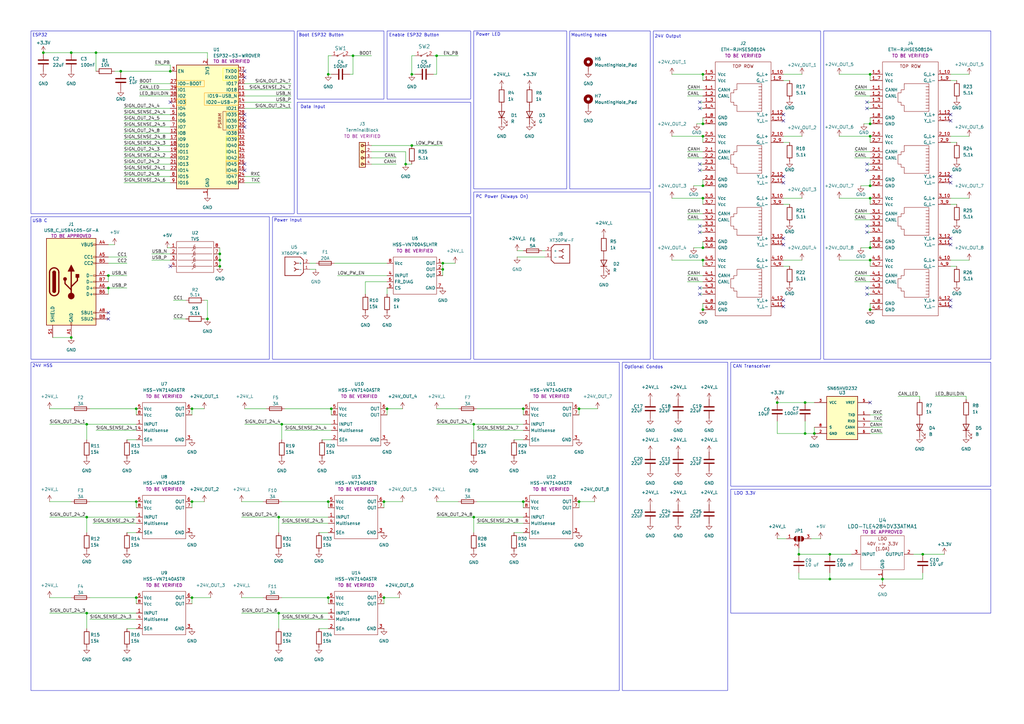
<source format=kicad_sch>
(kicad_sch (version 20231120) (generator "eeschema") (generator_version "8.0")
  (paper "A3")
  (title_block (title "PDB") (date "2024-12-06") (rev "REV-0") (company "Rovus - RobotiqueUdeS") (comment 1 "Made by Philippe Michaud") (comment 2 "PCB to control multiples current outputs with canbus"))
  (junction (at 144.78 22.86))
  (junction (at 90.17 106.68))
  (junction (at 134.62 245.11))
  (junction (at 168.91 30.48))
  (junction (at 356.87 55.88))
  (junction (at 214.63 205.74))
  (junction (at 330.2 165.1))
  (junction (at 181.61 110.49))
  (junction (at 55.88 167.64))
  (junction (at 135.89 167.64))
  (junction (at 288.29 81.28))
  (junction (at 194.31 212.09))
  (junction (at 356.87 81.28))
  (junction (at 356.87 30.48))
  (junction (at 44.45 118.11))
  (junction (at 288.29 30.48))
  (junction (at 166.37 67.31))
  (junction (at 168.91 59.69))
  (junction (at 157.48 245.11))
  (junction (at 69.85 29.21))
  (junction (at 288.29 101.6))
  (junction (at 288.29 50.8))
  (junction (at 17.78 21.59))
  (junction (at 356.87 101.6))
  (junction (at 288.29 106.68))
  (junction (at 378.46 227.33))
  (junction (at 90.17 109.22))
  (junction (at 29.21 138.43))
  (junction (at 55.88 205.74))
  (junction (at 356.87 76.2))
  (junction (at 114.3 212.09))
  (junction (at 115.57 173.99))
  (junction (at 330.2 177.8))
  (junction (at 361.95 237.49))
  (junction (at 44.45 113.03))
  (junction (at 340.36 237.49))
  (junction (at 318.77 165.1))
  (junction (at 340.36 227.33))
  (junction (at 29.21 21.59))
  (junction (at 288.29 76.2))
  (junction (at 35.56 251.46))
  (junction (at 237.49 167.64))
  (junction (at 356.87 106.68))
  (junction (at 327.66 227.33))
  (junction (at 35.56 173.99))
  (junction (at 114.3 251.46))
  (junction (at 134.62 30.48))
  (junction (at 356.87 50.8))
  (junction (at 181.61 107.95))
  (junction (at 35.56 212.09))
  (junction (at 356.87 127))
  (junction (at 288.29 127))
  (junction (at 134.62 205.74))
  (junction (at 334.01 177.8))
  (junction (at 78.74 205.74))
  (junction (at 214.63 167.64))
  (junction (at 157.48 205.74))
  (junction (at 90.17 104.14))
  (junction (at 194.31 173.99))
  (junction (at 158.75 167.64))
  (junction (at 288.29 55.88))
  (junction (at 237.49 205.74))
  (junction (at 49.53 29.21))
  (junction (at 179.07 22.86))
  (junction (at 39.37 21.59))
  (junction (at 78.74 167.64))
  (junction (at 55.88 245.11))
  (junction (at 85.09 130.81))
  (junction (at 78.74 245.11))
  (no_connect (at 389.89 100.33))
  (no_connect (at 321.31 100.33))
  (no_connect (at 287.02 92.71))
  (no_connect (at 287.02 95.25))
  (no_connect (at 44.45 130.81))
  (no_connect (at 355.6 67.31))
  (no_connect (at 100.33 46.99))
  (no_connect (at 100.33 31.75))
  (no_connect (at 355.6 92.71))
  (no_connect (at 287.02 41.91))
  (no_connect (at 287.02 118.11))
  (no_connect (at 389.89 46.99))
  (no_connect (at 44.45 128.27))
  (no_connect (at 321.31 49.53))
  (no_connect (at 100.33 49.53))
  (no_connect (at 321.31 97.79))
  (no_connect (at 100.33 52.07))
  (no_connect (at 321.31 46.99))
  (no_connect (at 355.6 95.25))
  (no_connect (at 100.33 69.85))
  (no_connect (at 389.89 123.19))
  (no_connect (at 389.89 72.39))
  (no_connect (at 389.89 49.53))
  (no_connect (at 321.31 74.93))
  (no_connect (at 355.6 44.45))
  (no_connect (at 287.02 120.65))
  (no_connect (at 355.6 118.11))
  (no_connect (at 356.87 165.1))
  (no_connect (at 355.6 41.91))
  (no_connect (at 355.6 69.85))
  (no_connect (at 389.89 97.79))
  (no_connect (at 355.6 120.65))
  (no_connect (at 100.33 67.31))
  (no_connect (at 321.31 123.19))
  (no_connect (at 287.02 44.45))
  (no_connect (at 321.31 125.73))
  (no_connect (at 287.02 67.31))
  (no_connect (at 287.02 69.85))
  (no_connect (at 389.89 125.73))
  (no_connect (at 69.85 109.22))
  (no_connect (at 321.31 72.39))
  (no_connect (at 389.89 74.93))
  (no_connect (at 100.33 29.21))
  (no_connect (at 69.85 41.91))
  (wire (pts (xy 132.08 180.34) (xy 135.89 180.34)))
  (wire (pts (xy 361.95 175.26) (xy 356.87 175.26)))
  (wire (pts (xy 49.53 29.21) (xy 69.85 29.21)))
  (wire (pts (xy 38.1 214.63) (xy 55.88 214.63)))
  (wire (pts (xy 194.31 173.99) (xy 194.31 180.34)))
  (wire (pts (xy 50.8 64.77) (xy 69.85 64.77)))
  (wire (pts (xy 50.8 69.85) (xy 69.85 69.85)))
  (wire (pts (xy 50.8 72.39) (xy 69.85 72.39)))
  (wire (pts (xy 318.77 172.72) (xy 318.77 177.8)))
  (wire (pts (xy 76.2 123.19) (xy 71.12 123.19)))
  (wire (pts (xy 355.6 120.65) (xy 356.87 120.65)))
  (wire (pts (xy 344.17 30.48) (xy 356.87 30.48)))
  (wire (pts (xy 115.57 245.11) (xy 134.62 245.11)))
  (wire (pts (xy 387.35 227.33) (xy 378.46 227.33)))
  (wire (pts (xy 288.29 99.06) (xy 288.29 101.6)))
  (wire (pts (xy 275.59 30.48) (xy 288.29 30.48)))
  (wire (pts (xy 275.59 81.28) (xy 288.29 81.28)))
  (wire (pts (xy 62.23 106.68) (xy 69.85 106.68)))
  (wire (pts (xy 20.32 173.99) (xy 35.56 173.99)))
  (wire (pts (xy 281.94 90.17) (xy 288.29 90.17)))
  (wire (pts (xy 287.02 92.71) (xy 288.29 92.71)))
  (wire (pts (xy 210.82 218.44) (xy 214.63 218.44)))
  (wire (pts (xy 44.45 118.11) (xy 52.07 118.11)))
  (wire (pts (xy 318.77 165.1) (xy 330.2 165.1)))
  (wire (pts (xy 119.38 36.83) (xy 100.33 36.83)))
  (wire (pts (xy 340.36 227.33) (xy 327.66 227.33)))
  (wire (pts (xy 194.31 173.99) (xy 214.63 173.99)))
  (wire (pts (xy 353.06 101.6) (xy 356.87 101.6)))
  (wire (pts (xy 355.6 95.25) (xy 356.87 95.25)))
  (wire (pts (xy 179.07 173.99) (xy 194.31 173.99)))
  (wire (pts (xy 340.36 227.33) (xy 349.25 227.33)))
  (wire (pts (xy 168.91 30.48) (xy 168.91 22.86)))
  (wire (pts (xy 281.94 62.23) (xy 288.29 62.23)))
  (wire (pts (xy 35.56 212.09) (xy 55.88 212.09)))
  (wire (pts (xy 195.58 214.63) (xy 214.63 214.63)))
  (wire (pts (xy 212.09 102.87) (xy 214.63 102.87)))
  (wire (pts (xy 179.07 22.86) (xy 187.96 22.86)))
  (wire (pts (xy 214.63 205.74) (xy 214.63 208.28)))
  (wire (pts (xy 281.94 115.57) (xy 288.29 115.57)))
  (wire (pts (xy 350.52 87.63) (xy 356.87 87.63)))
  (wire (pts (xy 39.37 21.59) (xy 85.09 21.59)))
  (wire (pts (xy 158.75 120.65) (xy 158.75 118.11)))
  (wire (pts (xy 166.37 62.23) (xy 152.4 62.23)))
  (wire (pts (xy 109.22 167.64) (xy 100.33 167.64)))
  (wire (pts (xy 85.09 130.81) (xy 83.82 130.81)))
  (wire (pts (xy 62.23 104.14) (xy 69.85 104.14)))
  (wire (pts (xy 179.07 30.48) (xy 177.8 30.48)))
  (wire (pts (xy 288.29 106.68) (xy 288.29 109.22)))
  (wire (pts (xy 355.6 69.85) (xy 356.87 69.85)))
  (wire (pts (xy 374.65 227.33) (xy 378.46 227.33)))
  (wire (pts (xy 50.8 57.15) (xy 69.85 57.15)))
  (wire (pts (xy 287.02 118.11) (xy 288.29 118.11)))
  (wire (pts (xy 52.07 257.81) (xy 55.88 257.81)))
  (wire (pts (xy 361.95 172.72) (xy 356.87 172.72)))
  (wire (pts (xy 85.09 123.19) (xy 85.09 130.81)))
  (wire (pts (xy 397.51 81.28) (xy 389.89 81.28)))
  (wire (pts (xy 162.56 67.31) (xy 152.4 67.31)))
  (wire (pts (xy 78.74 245.11) (xy 78.74 247.65)))
  (wire (pts (xy 281.94 113.03) (xy 288.29 113.03)))
  (wire (pts (xy 361.95 238.76) (xy 361.95 237.49)))
  (wire (pts (xy 332.74 220.98) (xy 336.55 220.98)))
  (wire (pts (xy 195.58 176.53) (xy 214.63 176.53)))
  (wire (pts (xy 355.6 41.91) (xy 356.87 41.91)))
  (wire (pts (xy 114.3 251.46) (xy 114.3 257.81)))
  (wire (pts (xy 179.07 212.09) (xy 194.31 212.09)))
  (wire (pts (xy 35.56 173.99) (xy 55.88 173.99)))
  (wire (pts (xy 130.81 218.44) (xy 134.62 218.44)))
  (wire (pts (xy 328.93 106.68) (xy 321.31 106.68)))
  (wire (pts (xy 69.85 26.67) (xy 69.85 29.21)))
  (wire (pts (xy 100.33 173.99) (xy 115.57 173.99)))
  (wire (pts (xy 195.58 167.64) (xy 214.63 167.64)))
  (wire (pts (xy 356.87 106.68) (xy 356.87 109.22)))
  (wire (pts (xy 194.31 212.09) (xy 194.31 218.44)))
  (wire (pts (xy 119.38 39.37) (xy 100.33 39.37)))
  (wire (pts (xy 158.75 115.57) (xy 149.86 115.57)))
  (wire (pts (xy 287.02 44.45) (xy 288.29 44.45)))
  (wire (pts (xy 287.02 120.65) (xy 288.29 120.65)))
  (wire (pts (xy 356.87 81.28) (xy 356.87 83.82)))
  (wire (pts (xy 166.37 67.31) (xy 166.37 62.23)))
  (wire (pts (xy 83.82 123.19) (xy 85.09 123.19)))
  (wire (pts (xy 35.56 251.46) (xy 35.56 257.81)))
  (wire (pts (xy 344.17 55.88) (xy 356.87 55.88)))
  (wire (pts (xy 119.38 34.29) (xy 100.33 34.29)))
  (wire (pts (xy 149.86 115.57) (xy 149.86 120.65)))
  (wire (pts (xy 134.62 22.86) (xy 135.89 22.86)))
  (wire (pts (xy 144.78 22.86) (xy 143.51 22.86)))
  (wire (pts (xy 83.82 205.74) (xy 78.74 205.74)))
  (wire (pts (xy 350.52 90.17) (xy 356.87 90.17)))
  (wire (pts (xy 356.87 124.46) (xy 356.87 127)))
  (wire (pts (xy 50.8 62.23) (xy 69.85 62.23)))
  (wire (pts (xy 181.61 107.95) (xy 181.61 110.49)))
  (wire (pts (xy 356.87 177.8) (xy 361.95 177.8)))
  (wire (pts (xy 179.07 22.86) (xy 177.8 22.86)))
  (wire (pts (xy 44.45 118.11) (xy 44.45 120.65)))
  (wire (pts (xy 52.07 218.44) (xy 55.88 218.44)))
  (wire (pts (xy 50.8 54.61) (xy 69.85 54.61)))
  (wire (pts (xy 130.81 257.81) (xy 134.62 257.81)))
  (wire (pts (xy 165.1 167.64) (xy 158.75 167.64)))
  (wire (pts (xy 285.75 50.8) (xy 288.29 50.8)))
  (wire (pts (xy 55.88 167.64) (xy 55.88 170.18)))
  (wire (pts (xy 115.57 254) (xy 134.62 254)))
  (wire (pts (xy 44.45 105.41) (xy 52.07 105.41)))
  (wire (pts (xy 350.52 36.83) (xy 356.87 36.83)))
  (wire (pts (xy 114.3 212.09) (xy 134.62 212.09)))
  (wire (pts (xy 287.02 41.91) (xy 288.29 41.91)))
  (wire (pts (xy 119.38 44.45) (xy 100.33 44.45)))
  (wire (pts (xy 237.49 167.64) (xy 237.49 170.18)))
  (wire (pts (xy 222.25 102.87) (xy 223.52 102.87)))
  (wire (pts (xy 356.87 30.48) (xy 356.87 33.02)))
  (wire (pts (xy 281.94 87.63) (xy 288.29 87.63)))
  (wire (pts (xy 39.37 176.53) (xy 55.88 176.53)))
  (wire (pts (xy 106.68 74.93) (xy 100.33 74.93)))
  (wire (pts (xy 288.29 73.66) (xy 288.29 76.2)))
  (wire (pts (xy 78.74 167.64) (xy 83.82 167.64)))
  (wire (pts (xy 157.48 245.11) (xy 157.48 247.65)))
  (wire (pts (xy 134.62 205.74) (xy 134.62 208.28)))
  (wire (pts (xy 35.56 251.46) (xy 55.88 251.46)))
  (wire (pts (xy 99.06 251.46) (xy 114.3 251.46)))
  (wire (pts (xy 179.07 22.86) (xy 179.07 30.48)))
  (wire (pts (xy 356.87 55.88) (xy 356.87 58.42)))
  (wire (pts (xy 90.17 104.14) (xy 90.17 106.68)))
  (wire (pts (xy 115.57 205.74) (xy 134.62 205.74)))
  (wire (pts (xy 29.21 205.74) (xy 20.32 205.74)))
  (wire (pts (xy 168.91 30.48) (xy 170.18 30.48)))
  (wire (pts (xy 90.17 101.6) (xy 90.17 104.14)))
  (wire (pts (xy 157.48 205.74) (xy 157.48 208.28)))
  (wire (pts (xy 106.68 72.39) (xy 100.33 72.39)))
  (wire (pts (xy 323.85 33.02) (xy 321.31 33.02)))
  (wire (pts (xy 57.15 36.83) (xy 69.85 36.83)))
  (wire (pts (xy 163.83 245.11) (xy 157.48 245.11)))
  (wire (pts (xy 168.91 59.69) (xy 181.61 59.69)))
  (wire (pts (xy 115.57 173.99) (xy 135.89 173.99)))
  (wire (pts (xy 397.51 106.68) (xy 389.89 106.68)))
  (wire (pts (xy 355.6 92.71) (xy 356.87 92.71)))
  (wire (pts (xy 36.83 167.64) (xy 55.88 167.64)))
  (wire (pts (xy 368.3 162.56) (xy 377.19 162.56)))
  (wire (pts (xy 350.52 62.23) (xy 356.87 62.23)))
  (wire (pts (xy 162.56 64.77) (xy 152.4 64.77)))
  (wire (pts (xy 327.66 237.49) (xy 340.36 237.49)))
  (wire (pts (xy 318.77 177.8) (xy 330.2 177.8)))
  (wire (pts (xy 78.74 245.11) (xy 86.36 245.11)))
  (wire (pts (xy 383.54 162.56) (xy 396.24 162.56)))
  (wire (pts (xy 334.01 177.8) (xy 330.2 177.8)))
  (wire (pts (xy 392.43 33.02) (xy 389.89 33.02)))
  (wire (pts (xy 50.8 44.45) (xy 69.85 44.45)))
  (wire (pts (xy 284.48 76.2) (xy 288.29 76.2)))
  (wire (pts (xy 377.19 162.56) (xy 377.19 163.83)))
  (wire (pts (xy 17.78 21.59) (xy 29.21 21.59)))
  (wire (pts (xy 57.15 34.29) (xy 69.85 34.29)))
  (wire (pts (xy 392.43 83.82) (xy 389.89 83.82)))
  (wire (pts (xy 63.5 26.67) (xy 69.85 26.67)))
  (wire (pts (xy 99.06 212.09) (xy 114.3 212.09)))
  (wire (pts (xy 237.49 167.64) (xy 245.11 167.64)))
  (wire (pts (xy 214.63 167.64) (xy 214.63 170.18)))
  (wire (pts (xy 323.85 83.82) (xy 321.31 83.82)))
  (wire (pts (xy 35.56 173.99) (xy 35.56 180.34)))
  (wire (pts (xy 353.06 76.2) (xy 356.87 76.2)))
  (wire (pts (xy 134.62 30.48) (xy 134.62 22.86)))
  (wire (pts (xy 78.74 167.64) (xy 78.74 170.18)))
  (wire (pts (xy 168.91 22.86) (xy 170.18 22.86)))
  (wire (pts (xy 107.95 205.74) (xy 99.06 205.74)))
  (wire (pts (xy 114.3 251.46) (xy 134.62 251.46)))
  (wire (pts (xy 166.37 67.31) (xy 168.91 67.31)))
  (wire (pts (xy 281.94 39.37) (xy 288.29 39.37)))
  (wire (pts (xy 144.78 22.86) (xy 152.4 22.86)))
  (wire (pts (xy 44.45 113.03) (xy 44.45 115.57)))
  (wire (pts (xy 396.24 162.56) (xy 396.24 163.83)))
  (wire (pts (xy 275.59 106.68) (xy 288.29 106.68)))
  (wire (pts (xy 115.57 214.63) (xy 134.62 214.63)))
  (wire (pts (xy 29.21 245.11) (xy 20.32 245.11)))
  (wire (pts (xy 35.56 212.09) (xy 35.56 218.44)))
  (wire (pts (xy 210.82 180.34) (xy 214.63 180.34)))
  (wire (pts (xy 350.52 113.03) (xy 356.87 113.03)))
  (wire (pts (xy 85.09 24.13) (xy 85.09 21.59)))
  (wire (pts (xy 355.6 118.11) (xy 356.87 118.11)))
  (wire (pts (xy 288.29 48.26) (xy 288.29 50.8)))
  (wire (pts (xy 107.95 245.11) (xy 99.06 245.11)))
  (wire (pts (xy 328.93 81.28) (xy 321.31 81.28)))
  (wire (pts (xy 356.87 99.06) (xy 356.87 101.6)))
  (wire (pts (xy 243.84 205.74) (xy 237.49 205.74)))
  (wire (pts (xy 50.8 59.69) (xy 69.85 59.69)))
  (wire (pts (xy 115.57 173.99) (xy 115.57 180.34)))
  (wire (pts (xy 378.46 237.49) (xy 361.95 237.49)))
  (wire (pts (xy 397.51 30.48) (xy 389.89 30.48)))
  (wire (pts (xy 168.91 59.69) (xy 152.4 59.69)))
  (wire (pts (xy 378.46 237.49) (xy 378.46 234.95)))
  (wire (pts (xy 237.49 205.74) (xy 237.49 208.28)))
  (wire (pts (xy 328.93 30.48) (xy 321.31 30.48)))
  (wire (pts (xy 137.16 107.95) (xy 158.75 107.95)))
  (wire (pts (xy 71.12 130.81) (xy 76.2 130.81)))
  (wire (pts (xy 392.43 58.42) (xy 389.89 58.42)))
  (wire (pts (xy 36.83 254) (xy 55.88 254)))
  (wire (pts (xy 195.58 205.74) (xy 214.63 205.74)))
  (wire (pts (xy 50.8 74.93) (xy 69.85 74.93)))
  (wire (pts (xy 355.6 67.31) (xy 356.87 67.31)))
  (wire (pts (xy 138.43 113.03) (xy 158.75 113.03)))
  (wire (pts (xy 116.84 176.53) (xy 135.89 176.53)))
  (wire (pts (xy 144.78 22.86) (xy 144.78 30.48)))
  (wire (pts (xy 397.51 55.88) (xy 389.89 55.88)))
  (wire (pts (xy 340.36 237.49) (xy 361.95 237.49)))
  (wire (pts (xy 157.48 205.74) (xy 165.1 205.74)))
  (wire (pts (xy 356.87 48.26) (xy 356.87 50.8)))
  (wire (pts (xy 327.66 237.49) (xy 327.66 234.95)))
  (wire (pts (xy 344.17 81.28) (xy 356.87 81.28)))
  (wire (pts (xy 355.6 44.45) (xy 356.87 44.45)))
  (wire (pts (xy 44.45 107.95) (xy 52.07 107.95)))
  (wire (pts (xy 288.29 30.48) (xy 288.29 33.02)))
  (wire (pts (xy 284.48 101.6) (xy 288.29 101.6)))
  (wire (pts (xy 330.2 165.1) (xy 334.01 165.1)))
  (wire (pts (xy 212.09 105.41) (xy 223.52 105.41)))
  (wire (pts (xy 323.85 58.42) (xy 321.31 58.42)))
  (wire (pts (xy 20.32 212.09) (xy 35.56 212.09)))
  (wire (pts (xy 288.29 55.88) (xy 288.29 58.42)))
  (wire (pts (xy 186.69 107.95) (xy 181.61 107.95)))
  (wire (pts (xy 187.96 205.74) (xy 179.07 205.74)))
  (wire (pts (xy 340.36 237.49) (xy 340.36 234.95)))
  (wire (pts (xy 350.52 115.57) (xy 356.87 115.57)))
  (wire (pts (xy 392.43 109.22) (xy 389.89 109.22)))
  (wire (pts (xy 134.62 30.48) (xy 135.89 30.48)))
  (wire (pts (xy 39.37 21.59) (xy 39.37 29.21)))
  (wire (pts (xy 129.54 107.95) (xy 127 107.95)))
  (wire (pts (xy 20.32 251.46) (xy 35.56 251.46)))
  (wire (pts (xy 50.8 49.53) (xy 69.85 49.53)))
  (wire (pts (xy 50.8 46.99) (xy 69.85 46.99)))
  (wire (pts (xy 344.17 106.68) (xy 356.87 106.68)))
  (wire (pts (xy 116.84 167.64) (xy 135.89 167.64)))
  (wire (pts (xy 144.78 30.48) (xy 143.51 30.48)))
  (wire (pts (xy 29.21 167.64) (xy 20.32 167.64)))
  (wire (pts (xy 46.99 29.21) (xy 49.53 29.21)))
  (wire (pts (xy 50.8 67.31) (xy 69.85 67.31)))
  (wire (pts (xy 90.17 106.68) (xy 90.17 109.22)))
  (wire (pts (xy 129.54 110.49) (xy 127 110.49)))
  (wire (pts (xy 55.88 205.74) (xy 55.88 208.28)))
  (wire (pts (xy 287.02 69.85) (xy 288.29 69.85)))
  (wire (pts (xy 29.21 21.59) (xy 39.37 21.59)))
  (wire (pts (xy 36.83 245.11) (xy 55.88 245.11)))
  (wire (pts (xy 55.88 245.11) (xy 55.88 247.65)))
  (wire (pts (xy 328.93 55.88) (xy 321.31 55.88)))
  (wire (pts (xy 288.29 124.46) (xy 288.29 127)))
  (wire (pts (xy 287.02 95.25) (xy 288.29 95.25)))
  (wire (pts (xy 281.94 36.83) (xy 288.29 36.83)))
  (wire (pts (xy 318.77 220.98) (xy 322.58 220.98)))
  (wire (pts (xy 323.85 109.22) (xy 321.31 109.22)))
  (wire (pts (xy 114.3 212.09) (xy 114.3 218.44)))
  (wire (pts (xy 350.52 39.37) (xy 356.87 39.37)))
  (wire (pts (xy 361.95 170.18) (xy 356.87 170.18)))
  (wire (pts (xy 281.94 64.77) (xy 288.29 64.77)))
  (wire (pts (xy 135.89 167.64) (xy 135.89 170.18)))
  (wire (pts (xy 356.87 73.66) (xy 356.87 76.2)))
  (wire (pts (xy 350.52 64.77) (xy 356.87 64.77)))
  (wire (pts (xy 287.02 67.31) (xy 288.29 67.31)))
  (wire (pts (xy 52.07 180.34) (xy 55.88 180.34)))
  (wire (pts (xy 275.59 55.88) (xy 288.29 55.88)))
  (wire (pts (xy 194.31 212.09) (xy 214.63 212.09)))
  (wire (pts (xy 36.83 205.74) (xy 55.88 205.74)))
  (wire (pts (xy 158.75 167.64) (xy 158.75 170.18)))
  (wire (pts (xy 57.15 39.37) (xy 69.85 39.37)))
  (wire (pts (xy 327.66 224.79) (xy 327.66 227.33)))
  (wire (pts (xy 330.2 172.72) (xy 330.2 177.8)))
  (wire (pts (xy 100.33 41.91) (xy 119.38 41.91)))
  (wire (pts (xy 21.59 138.43) (xy 29.21 138.43)))
  (wire (pts (xy 354.33 50.8) (xy 356.87 50.8)))
  (wire (pts (xy 44.45 100.33) (xy 46.99 100.33)))
  (wire (pts (xy 288.29 81.28) (xy 288.29 83.82)))
  (wire (pts (xy 52.07 113.03) (xy 44.45 113.03)))
  (wire (pts (xy 334.01 175.26) (xy 334.01 177.8)))
  (wire (pts (xy 187.96 167.64) (xy 179.07 167.64)))
  (wire (pts (xy 68.58 101.6) (xy 69.85 101.6)))
  (wire (pts (xy 181.61 110.49) (xy 181.61 113.03)))
  (wire (pts (xy 50.8 52.07) (xy 69.85 52.07)))
  (wire (pts (xy 134.62 245.11) (xy 134.62 247.65)))
  (wire (pts (xy 78.74 205.74) (xy 78.74 208.28)))
  (rectangle (start 12.7 88.9) (end 110.49 147.32))
  (rectangle (start 111.76 88.9) (end 193.04 147.32))
  (rectangle (start 12.7 12.7) (end 120.65 87.63))
  (rectangle (start 121.92 41.91) (end 193.04 87.63))
  (rectangle (start 194.31 12.7) (end 232.41 77.47))
  (rectangle (start 233.68 12.7) (end 266.7 77.47))
  (rectangle (start 299.72 148.59) (end 406.4 199.39))
  (rectangle (start 337.82 12.7) (end 406.4 147.32))
  (rectangle (start 121.92 12.7) (end 157.48 40.64))
  (rectangle (start 194.31 78.74) (end 266.7 147.32))
  (rectangle (start 299.72 200.66) (end 406.4 251.46))
  (rectangle (start 158.75 12.7) (end 193.04 40.64))
  (rectangle (start 255.27 148.59) (end 298.45 283.21))
  (rectangle (start 12.7 148.59) (end 254 283.21))
  (rectangle (start 267.97 12.7) (end 336.55 147.32))
  (text "Boot ESP32 Button" (at 122.428 14.478 0) (effects (font (size 1.27 1.27)) (justify left)))
  (text "Mounting holes" (at 234.188 14.478 0) (effects (font (size 1.27 1.27)) (justify left)))
  (text "Data Input" (at 123.19 43.942 0) (effects (font (size 1.27 1.27)) (justify left)))
  (text "ESP32" (at 13.208 14.478 0) (effects (font (size 1.27 1.27)) (justify left)))
  (text "USB C" (at 13.208 90.678 0) (effects (font (size 1.27 1.27)) (justify left)))
  (text "24V Output" (at 268.478 14.986 0) (effects (font (size 1.27 1.27)) (justify left)))
  (text "CAN Transceiver" (at 300.482 150.368 0) (effects (font (size 1.27 1.27)) (justify left)))
  (text "24V HSS\n" (at 13.208 150.114 0) (effects (font (size 1.27 1.27)) (justify left)))
  (text "Power Input" (at 112.268 90.424 0) (effects (font (size 1.27 1.27)) (justify left)))
  (text "Enable ESP32 Button" (at 159.512 14.478 0) (effects (font (size 1.27 1.27)) (justify left)))
  (text "Power LED" (at 195.072 14.224 0) (effects (font (size 1.27 1.27)) (justify left)))
  (text "LDO 3.3V" (at 300.99 202.438 0) (effects (font (size 1.27 1.27)) (justify left)))
  (text "Optional Condos" (at 256.032 150.622 0) (effects (font (size 1.27 1.27)) (justify left)))
  (text "PC Power (Always On)" (at 195.072 80.772 0) (effects (font (size 1.27 1.27)) (justify left)))
  (label "RXC" (at 106.68 72.39 180))
  (label "BOOT" (at 57.15 34.29 0))
  (label "SIGN_SENSE_24_4" (at 50.8 46.99 0))
  (label "CANH" (at 361.95 175.26 180))
  (label "CANL" (at 350.52 39.37 0))
  (label "SIGN_OUT_24_2" (at 20.32 212.09 0))
  (label "SIGN_OUT_24_3" (at 20.32 251.46 0))
  (label "CANH" (at 350.52 62.23 0))
  (label "USB_P" (at 119.38 41.91 180))
  (label "SIGN_OUT_24_8" (at 50.8 54.61 0))
  (label "SIGN_OUT_24_6" (at 50.8 72.39 0))
  (label "SIGN_SENSE_24_3" (at 36.83 254 0))
  (label "CANH" (at 350.52 36.83 0))
  (label "CANH" (at 281.94 87.63 0))
  (label "SIGN_SENSE_24_6" (at 115.57 254 0))
  (label "EN_PB" (at 63.5 26.67 0))
  (label "SIGN_OUT_24_7" (at 119.38 34.29 180))
  (label "SIGN_OUT_24_5" (at 99.06 212.09 0))
  (label "SIGN_OUT_24_7" (at 179.07 173.99 0))
  (label "SIGN_SENSE_24_2" (at 50.8 64.77 0))
  (label "LED_BUILDIN" (at 383.54 162.56 0))
  (label "CANH" (at 281.94 113.03 0))
  (label "SIGN_SENSE_24_5" (at 115.57 214.63 0))
  (label "SIGN_SENSE_24_6" (at 50.8 74.93 0))
  (label "CANL" (at 350.52 64.77 0))
  (label "USB_N" (at 119.38 39.37 180))
  (label "CAN_LED" (at 57.15 36.83 0))
  (label "CAN_LED" (at 368.3 162.56 0))
  (label "SIGN_OUT_24_2" (at 50.8 67.31 0))
  (label "BOOT" (at 152.4 22.86 180))
  (label "SIGN_SENSE_24_1" (at 39.37 176.53 0))
  (label "CANL" (at 361.95 177.8 180))
  (label "EN_PB" (at 187.96 22.86 180))
  (label "SIGN_SENSE_24_5" (at 50.8 52.07 0))
  (label "CANH" (at 162.56 67.31 180))
  (label "SIGN_OUT_24_6" (at 99.06 251.46 0))
  (label "SIGN_SENSE_24_8" (at 195.58 214.63 0))
  (label "CANL" (at 350.52 115.57 0))
  (label "CANH" (at 281.94 36.83 0))
  (label "SIGN_OUT_24_3" (at 50.8 62.23 0))
  (label "SIGN_SENSE_24_3" (at 50.8 59.69 0))
  (label "SIGN_SENSE_24_7" (at 119.38 36.83 180))
  (label "USB_P" (at 52.07 118.11 180))
  (label "SIGN_OUT_24_1" (at 119.38 44.45 180))
  (label "LOW_PW_EN" (at 138.43 113.03 0))
  (label "CANH" (at 281.94 62.23 0))
  (label "SIGN_SENSE_24_1" (at 50.8 69.85 0))
  (label "CANL" (at 281.94 64.77 0))
  (label "SIGN_SENSE_24_7" (at 195.58 176.53 0))
  (label "TXC" (at 106.68 74.93 180))
  (label "USB_P" (at 62.23 106.68 0))
  (label "USB_N" (at 62.23 104.14 0))
  (label "CC1" (at 52.07 105.41 180))
  (label "CC2" (at 52.07 107.95 180))
  (label "CC2" (at 71.12 130.81 0))
  (label "TXC" (at 361.95 172.72 180))
  (label "SIGN_OUT_24_5" (at 50.8 49.53 0))
  (label "CC1" (at 71.12 123.19 0))
  (label "CANH" (at 350.52 87.63 0))
  (label "SIGN_OUT_24_8" (at 179.07 212.09 0))
  (label "CANL" (at 281.94 115.57 0))
  (label "CANL" (at 281.94 39.37 0))
  (label "SIGN_OUT_24_4" (at 100.33 173.99 0))
  (label "LED_BUILDIN" (at 57.15 39.37 0))
  (label "SIGN_SENSE_24_4" (at 116.84 176.53 0))
  (label "CANL" (at 281.94 90.17 0))
  (label "LOW_PW_EN" (at 181.61 59.69 180))
  (label "SIGN_OUT_24_4" (at 50.8 44.45 0))
  (label "RXC" (at 361.95 170.18 180))
  (label "CANH" (at 350.52 113.03 0))
  (label "SIGN_SENSE_24_2" (at 38.1 214.63 0))
  (label "CANL" (at 162.56 64.77 180))
  (label "USB_N" (at 52.07 113.03 180))
  (label "SIGN_SENSE_24_8" (at 50.8 57.15 0))
  (label "CANL" (at 350.52 90.17 0))
  (label "SIGN_OUT_24_1" (at 20.32 173.99 0))
  (symbol (lib_id "RoverLibrary:C-100nF") (at 173.99 30.48 90) (unit 1)
    (property "Reference" "C5" (at 173.99 25.4 90))
    (property "Value" "100nF" (at 173.99 27.178 90))
    (property "Footprint" "Capacitor_SMD:C_0805_2012Metric_Pad1.18x1.45mm_HandSolder" (effects (hide yes)))
    (property "Description" "Unpolarized capacitor" (effects (hide yes)))
  )
  (symbol (lib_id "power:GND") (at 90.17 109.22 0) (unit 1)
    (property "Reference" "#PWR011" (effects (hide yes)))
    (property "Value" "GND" (at 90.17 114.3 0))
    (property "Description" "Power symbol creates a global label with name \"GND\" , ground" (effects (hide yes)))
  )
  (symbol (lib_id "power:GND") (at 284.48 76.2 0) (unit 1)
    (property "Reference" "#PWR039" (effects (hide yes)))
    (property "Value" "GND" (at 284.48 79.756 0))
    (property "Description" "Power symbol creates a global label with name \"GND\" , ground" (effects (hide yes)))
  )
  (symbol (lib_id "Device:R") (at 323.85 87.63 180) (unit 1)
    (property "Reference" "R21" (at 326.39 86.3599 0) (effects (justify right)))
    (property "Value" "5.1k" (at 326.39 88.8999 0) (effects (justify right)))
    (property "Footprint" "Resistor_SMD:R_0805_2012Metric_Pad1.20x1.40mm_HandSolder" (effects (hide yes)))
    (property "Description" "Resistor" (effects (hide yes)))
  )
  (symbol (lib_id "power:+24V") (at 20.32 205.74 0) (unit 1)
    (property "Reference" "#PWR052" (effects (hide yes)))
    (property "Value" "+24V_L" (at 20.32 200.66 0))
    (property "Description" "Power symbol creates a global label with name \"+24V\"" (effects (hide yes)))
  )
  (symbol (lib_id "Device:R") (at 130.81 261.62 0) (unit 1)
    (property "Reference" "R34" (at 132.334 260.35 0) (effects (justify left)))
    (property "Value" "15k" (at 132.334 262.89 0) (effects (justify left)))
    (property "Footprint" "Resistor_SMD:R_0805_2012Metric_Pad1.20x1.40mm_HandSolder" (effects (hide yes)))
    (property "Description" "Resistor" (effects (hide yes)))
  )
  (symbol (lib_id "Device:R") (at 323.85 36.83 180) (unit 1)
    (property "Reference" "R17" (at 326.39 35.5599 0) (effects (justify right)))
    (property "Value" "5.1k" (at 326.39 38.0999 0) (effects (justify right)))
    (property "Footprint" "Resistor_SMD:R_0805_2012Metric_Pad1.20x1.40mm_HandSolder" (effects (hide yes)))
    (property "Description" "Resistor" (effects (hide yes)))
  )
  (symbol (lib_id "0_RoverLibrary:C-10uF") (at 318.77 168.91 0) (unit 1)
    (property "Reference" "C6" (at 313.182 167.894 0) (effects (justify left)))
    (property "Value" "10uF" (at 315.722 169.672 0) (effects (justify right)))
    (property "Footprint" "Capacitor_SMD:C_0805_2012Metric_Pad1.18x1.45mm_HandSolder" (effects (hide yes)))
    (property "Description" "Unpolarized capacitor" (effects (hide yes)))
  )
  (symbol (lib_id "Device:R") (at 114.3 222.25 0) (unit 1)
    (property "Reference" "R31" (at 115.824 220.98 0) (effects (justify left)))
    (property "Value" "15k" (at 115.824 223.52 0) (effects (justify left)))
    (property "Footprint" "Resistor_SMD:R_0805_2012Metric_Pad1.20x1.40mm_HandSolder" (effects (hide yes)))
    (property "Description" "Resistor" (effects (hide yes)))
  )
  (symbol (lib_id "power:GND") (at 35.56 187.96 0) (unit 1)
    (property "Reference" "#PWR046" (effects (hide yes)))
    (property "Value" "GND" (at 35.56 193.04 0))
    (property "Description" "Power symbol creates a global label with name \"GND\" , ground" (effects (hide yes)))
  )
  (symbol (lib_id "Device:LED") (at 205.74 46.99 90) (unit 1)
    (property "Reference" "D1" (at 209.55 47.3074 90) (effects (justify right)))
    (property "Value" "R" (at 209.55 49.8474 90) (effects (justify right)))
    (property "Footprint" "Diode_SMD:D_0805_2012Metric_Pad1.15x1.40mm_HandSolder" (effects (hide yes)))
    (property "Description" "Light emitting diode" (effects (hide yes)))
  )
  (symbol (lib_id "0_RoverLibrary:FuseHolder") (at 111.76 245.11 90) (unit 1)
    (property "Reference" "F11" (at 111.76 240.538 90))
    (property "Value" "3A" (at 111.76 243.078 90))
    (property "Footprint" "RoverFootprint:FUSE_3568-20" (effects (hide yes)))
    (property "Description" "Fuse" (effects (hide yes)))
    (property "STATUS" "APPROVED" (effects (hide yes)))
  )
  (symbol (lib_id "power:+24V") (at 245.11 167.64 0) (unit 1)
    (property "Reference" "#PWR096" (effects (hide yes)))
    (property "Value" "+24V_OUT_7" (at 245.11 162.56 0))
    (property "Description" "Power symbol creates a global label with name \"+24V\"" (effects (hide yes)))
  )
  (symbol (lib_id "power:GND") (at 29.21 138.43 0) (unit 1)
    (property "Reference" "#PWR09" (effects (hide yes)))
    (property "Value" "GND" (at 29.21 143.51 0))
    (property "Description" "Power symbol creates a global label with name \"GND\" , ground" (effects (hide yes)))
  )
  (symbol (lib_id "power:+24V") (at 217.17 35.56 0) (unit 1)
    (property "Reference" "#PWR030" (effects (hide yes)))
    (property "Value" "+3.3V" (at 217.17 30.48 0))
    (property "Description" "Power symbol creates a global label with name \"+24V\"" (effects (hide yes)))
  )
  (symbol (lib_id "power:+24V") (at 278.13 163.83 0) (unit 1)
    (property "Reference" "#PWR0123" (effects (hide yes)))
    (property "Value" "+24V_L" (at 278.13 158.75 0))
    (property "Description" "Power symbol creates a global label with name \"+24V\"" (effects (hide yes)))
  )
  (symbol (lib_id "power:+3.3V") (at 17.78 21.59 0) (unit 1)
    (property "Reference" "#PWR03" (effects (hide yes)))
    (property "Value" "+3.3V" (at 17.78 17.526 0))
    (property "Description" "Power symbol creates a global label with name \"+3.3V\"" (effects (hide yes)))
  )
  (symbol (lib_id "RoverLibrary:C-1uF") (at 49.53 33.02 0) (unit 1)
    (property "Reference" "C1" (at 52.832 32.258 0) (effects (justify left)))
    (property "Value" "1uF" (at 52.832 33.782 0) (effects (justify left)))
    (property "Footprint" "Capacitor_SMD:C_0805_2012Metric_Pad1.18x1.45mm_HandSolder" (effects (hide yes)))
    (property "Description" "Unpolarized capacitor" (effects (hide yes)))
  )
  (symbol (lib_id "0_RoverLibrary:ETH-RJHSE508104") (at 373.38 33.02 0) (unit 1)
    (property "Reference" "J4" (at 373.38 17.78 0))
    (property "Value" "ETH-RJHSE508104" (at 373.38 20.32 0))
    (property "Footprint" "RoverFootprint:ETH-RJHSE508104" (effects (hide yes)))
    (property "Datasheet" "https://www.sameskydevices.com/product/resource/crj036-5-th.pdf" (effects (hide yes)))
    (property "Description" "RJ connector, 8P8C (8 positions 8 connected), RJ31/RJ32/RJ33/RJ34/RJ35/RJ41/RJ45/RJ49/RJ61" (effects (hide yes)))
    (property "STATUS" "TO BE VERIFIED" (at 373.38 22.86 0))
  )
  (symbol (lib_id "power:GND") (at 278.13 171.45 0) (unit 1)
    (property "Reference" "#PWR0124" (effects (hide yes)))
    (property "Value" "GND" (at 278.13 176.53 0))
    (property "Description" "Power symbol creates a global label with name \"GND\" , ground" (effects (hide yes)))
  )
  (symbol (lib_id "0_RoverLibrary:TerminalBlock-4-691137710004") (at 148.59 57.15 0) (unit 1)
    (property "Reference" "J3" (at 148.59 50.8 0))
    (property "Value" "TerminalBlock" (at 148.59 53.34 0))
    (property "Footprint" "RoverFootprint:TerminalBlock-4_P5.00mm-691137710004" (effects (hide yes)))
    (property "Datasheet" "https://www.we-online.com/components/products/datasheet/691137710004.pdf" (effects (hide yes)))
    (property "WIRE" "12 to 30 (AWG) 3.31 to 0.05 (mm²)" (effects (hide yes)))
    (property "MOUNT" "THT" (effects (hide yes)))
    (property "IR-VDE" "24A" (effects (hide yes)))
    (property "IR-UL" "16A" (effects (hide yes)))
    (property "WORKING-VOLTAGE-UL" "300V(AC)" (effects (hide yes)))
    (property "PART-NUMBER" "691137710004" (effects (hide yes)))
    (property "DATASHEET-URL" "https://www.we-online.com/catalog/datasheet/691137710004.pdf" (effects (hide yes)))
    (property "PITCH" "5mm" (effects (hide yes)))
    (property "PINS" "4" (effects (hide yes)))
    (property "WORKING-VOLTAGE-VDE" "250V(AC)" (effects (hide yes)))
    (property "TYPE" "Horizontal" (effects (hide yes)))
    (property "STATUS" "TO BE VERIFIED" (at 148.59 55.88 0))
    (property "Digikey" "https://www.digikey.ca/en/products/detail/w%C3%BCrth-elektronik/691137710004/6644053" (effects (hide yes)))
  )
  (symbol (lib_id "RoverLibrary:R-10k") (at 43.18 29.21 90) (unit 1)
    (property "Reference" "R1" (at 43.18 24.892 90))
    (property "Value" "10k" (at 43.18 26.67 90))
    (property "Footprint" "Resistor_SMD:R_0805_2012Metric_Pad1.20x1.40mm_HandSolder" (effects (hide yes)))
    (property "Description" "Resistor" (effects (hide yes)))
  )
  (symbol (lib_id "power:GND") (at 35.56 265.43 0) (unit 1)
    (property "Reference" "#PWR054" (effects (hide yes)))
    (property "Value" "GND" (at 35.56 270.51 0))
    (property "Description" "Power symbol creates a global label with name \"GND\" , ground" (effects (hide yes)))
  )
  (symbol (lib_id "power:GND") (at 205.74 50.8 0) (unit 1)
    (property "Reference" "#PWR027" (effects (hide yes)))
    (property "Value" "GND" (at 205.74 55.88 0))
    (property "Description" "Power symbol creates a global label with name \"GND\" , ground" (effects (hide yes)))
  )
  (symbol (lib_id "power:+24V") (at 290.83 185.42 0) (unit 1)
    (property "Reference" "#PWR0111" (effects (hide yes)))
    (property "Value" "+24V_L" (at 290.83 180.34 0))
    (property "Description" "Power symbol creates a global label with name \"+24V\"" (effects (hide yes)))
  )
  (symbol (lib_id "power:GND") (at 396.24 179.07 0) (unit 1)
    (property "Reference" "#PWR032" (effects (hide yes)))
    (property "Value" "GND" (at 396.24 184.15 0))
    (property "Description" "Power symbol creates a global label with name \"GND\" , ground" (effects (hide yes)))
  )
  (symbol (lib_id "power:GND") (at 210.82 187.96 0) (unit 1)
    (property "Reference" "#PWR091" (effects (hide yes)))
    (property "Value" "GND" (at 210.82 193.04 0))
    (property "Description" "Power symbol creates a global label with name \"GND\" , ground" (effects (hide yes)))
  )
  (symbol (lib_id "power:GND") (at 334.01 177.8 0) (unit 1)
    (property "Reference" "#PWR019" (effects (hide yes)))
    (property "Value" "GND" (at 334.01 182.88 0))
    (property "Description" "Power symbol creates a global label with name \"GND\" , ground" (effects (hide yes)))
  )
  (symbol (lib_id "power:GND") (at 392.43 91.44 0) (unit 1)
    (property "Reference" "#PWR085" (effects (hide yes)))
    (property "Value" "GND" (at 392.43 94.996 0))
    (property "Description" "Power symbol creates a global label with name \"GND\" , ground" (effects (hide yes)))
  )
  (symbol (lib_id "power:+3.3V") (at 387.35 227.33 0) (unit 1)
    (property "Reference" "#PWR025" (effects (hide yes)))
    (property "Value" "+3.3V" (at 387.35 223.266 0))
    (property "Description" "Power symbol creates a global label with name \"+3.3V\"" (effects (hide yes)))
  )
  (symbol (lib_id "power:GND") (at 353.06 101.6 0) (unit 1)
    (property "Reference" "#PWR080" (effects (hide yes)))
    (property "Value" "GND" (at 353.06 105.156 0))
    (property "Description" "Power symbol creates a global label with name \"GND\" , ground" (effects (hide yes)))
  )
  (symbol (lib_id "Device:LED") (at 377.19 175.26 90) (unit 1)
    (property "Reference" "D4" (at 381 175.5774 90) (effects (justify right)))
    (property "Value" "B" (at 381 178.1174 90) (effects (justify right)))
    (property "Footprint" "Diode_SMD:D_0805_2012Metric_Pad1.15x1.40mm_HandSolder" (effects (hide yes)))
    (property "Description" "Light emitting diode" (effects (hide yes)))
  )
  (symbol (lib_id "Device:R") (at 377.19 167.64 0) (unit 1)
    (property "Reference" "R7" (at 379.73 166.3699 0) (effects (justify left)))
    (property "Value" "1k" (at 379.73 168.9099 0) (effects (justify left)))
    (property "Footprint" "Resistor_SMD:R_0805_2012Metric_Pad1.20x1.40mm_HandSolder" (effects (hide yes)))
    (property "Description" "Resistor" (effects (hide yes)))
  )
  (symbol (lib_id "power:GND") (at 210.82 226.06 0) (unit 1)
    (property "Reference" "#PWR092" (effects (hide yes)))
    (property "Value" "GND" (at 210.82 230.632 0))
    (property "Description" "Power symbol creates a global label with name \"GND\" , ground" (effects (hide yes)))
  )
  (symbol (lib_id "power:+24V") (at 266.7 185.42 0) (unit 1)
    (property "Reference" "#PWR0127" (effects (hide yes)))
    (property "Value" "+24V_L" (at 266.7 180.34 0))
    (property "Description" "Power symbol creates a global label with name \"+24V\"" (effects (hide yes)))
  )
  (symbol (lib_id "power:GND") (at 356.87 127 0) (unit 1)
    (property "Reference" "#PWR082" (effects (hide yes)))
    (property "Value" "GND" (at 356.87 132.08 0))
    (property "Description" "Power symbol creates a global label with name \"GND\" , ground" (effects (hide yes)))
  )
  (symbol (lib_id "power:+24V") (at 344.17 30.48 0) (unit 1)
    (property "Reference" "#PWR028" (effects (hide yes)))
    (property "Value" "+24V_OUT_5" (at 344.17 26.416 0))
    (property "Description" "Power symbol creates a global label with name \"+24V\"" (effects (hide yes)))
  )
  (symbol (lib_id "power:GND") (at 158.75 128.27 0) (unit 1)
    (property "Reference" "#PWR037" (effects (hide yes)))
    (property "Value" "GND" (at 158.75 133.35 0))
    (property "Description" "Power symbol creates a global label with name \"GND\" , ground" (effects (hide yes)))
  )
  (symbol (lib_id "power:GND") (at 130.81 226.06 0) (unit 1)
    (property "Reference" "#PWR0105" (effects (hide yes)))
    (property "Value" "GND" (at 130.81 230.124 0))
    (property "Description" "Power symbol creates a global label with name \"GND\" , ground" (effects (hide yes)))
  )
  (symbol (lib_id "Device:R") (at 149.86 124.46 0) (unit 1)
    (property "Reference" "R10" (at 151.384 123.19 0) (effects (justify left)))
    (property "Value" "15k" (at 151.384 125.73 0) (effects (justify left)))
    (property "Footprint" "Resistor_SMD:R_0805_2012Metric_Pad1.20x1.40mm_HandSolder" (effects (hide yes)))
    (property "Description" "Resistor" (effects (hide yes)))
  )
  (symbol (lib_id "power:GND") (at 49.53 36.83 0) (unit 1)
    (property "Reference" "#PWR02" (effects (hide yes)))
    (property "Value" "GND" (at 49.53 40.64 0))
    (property "Description" "Power symbol creates a global label with name \"GND\" , ground" (effects (hide yes)))
  )
  (symbol (lib_id "power:GND") (at 168.91 30.48 0) (unit 1)
    (property "Reference" "#PWR07" (effects (hide yes)))
    (property "Value" "GND" (at 168.91 35.56 0))
    (property "Description" "Power symbol creates a global label with name \"GND\" , ground" (effects (hide yes)))
  )
  (symbol (lib_id "power:+24V") (at 290.83 163.83 0) (unit 1)
    (property "Reference" "#PWR0125" (effects (hide yes)))
    (property "Value" "+24V_L" (at 290.83 158.75 0))
    (property "Description" "Power symbol creates a global label with name \"+24V\"" (effects (hide yes)))
  )
  (symbol (lib_id "power:+5V") (at 68.58 101.6 0) (unit 1)
    (property "Reference" "#PWR010" (effects (hide yes)))
    (property "Value" "+5V" (at 68.58 96.52 0))
    (property "Description" "Power symbol creates a global label with name \"+5V\"" (effects (hide yes)))
  )
  (symbol (lib_id "power:GND") (at 217.17 50.8 0) (unit 1)
    (property "Reference" "#PWR031" (effects (hide yes)))
    (property "Value" "GND" (at 217.17 55.88 0))
    (property "Description" "Power symbol creates a global label with name \"GND\" , ground" (effects (hide yes)))
  )
  (symbol (lib_id "Device:C") (at 327.66 231.14 0) (unit 1)
    (property "Reference" "C9" (at 330.2 229.87 0) (effects (justify left)))
    (property "Value" "10 uF" (at 330.2 231.648 0) (effects (justify left)))
    (property "Footprint" "Capacitor_SMD:C_0805_2012Metric_Pad1.18x1.45mm_HandSolder" (effects (hide yes)))
    (property "Description" "Unpolarized capacitor" (effects (hide yes)))
  )
  (symbol (lib_id "power:+24V") (at 83.82 205.74 0) (unit 1)
    (property "Reference" "#PWR057" (effects (hide yes)))
    (property "Value" "+24V_OUT_2" (at 83.82 200.66 0))
    (property "Description" "Power symbol creates a global label with name \"+24V\"" (effects (hide yes)))
  )
  (symbol (lib_id "power:+24V") (at 20.32 167.64 0) (unit 1)
    (property "Reference" "#PWR048" (effects (hide yes)))
    (property "Value" "+24V_L" (at 20.32 162.56 0))
    (property "Description" "Power symbol creates a global label with name \"+24V\"" (effects (hide yes)))
  )
  (symbol (lib_id "power:GND") (at 323.85 40.64 0) (unit 1)
    (property "Reference" "#PWR041" (effects (hide yes)))
    (property "Value" "GND" (at 323.85 44.196 0))
    (property "Description" "Power symbol creates a global label with name \"GND\" , ground" (effects (hide yes)))
  )
  (symbol (lib_id "power:GND") (at 166.37 67.31 0) (unit 1)
    (property "Reference" "#PWR044" (effects (hide yes)))
    (property "Value" "GND" (at 166.37 72.39 0))
    (property "Description" "Power symbol creates a global label with name \"GND\" , ground" (effects (hide yes)))
  )
  (symbol (lib_id "power:GND") (at 115.57 187.96 0) (unit 1)
    (property "Reference" "#PWR063" (effects (hide yes)))
    (property "Value" "GND" (at 115.57 193.04 0))
    (property "Description" "Power symbol creates a global label with name \"GND\" , ground" (effects (hide yes)))
  )
  (symbol (lib_id "power:GND") (at 237.49 180.34 0) (unit 1)
    (property "Reference" "#PWR093" (effects (hide yes)))
    (property "Value" "GND" (at 237.49 185.42 0))
    (property "Description" "Power symbol creates a global label with name \"GND\" , ground" (effects (hide yes)))
  )
  (symbol (lib_id "0_RoverLibrary:C-10uF") (at 290.83 210.82 0) (unit 1)
    (property "Reference" "C25" (at 283.972 209.804 0) (effects (justify left)))
    (property "Value" "22uF" (at 287.782 211.582 0) (effects (justify right)))
    (property "Footprint" "Capacitor_SMD:C_0805_2012Metric_Pad1.18x1.45mm_HandSolder" (effects (hide yes)))
    (property "Description" "Unpolarized capacitor" (effects (hide yes)))
  )
  (symbol (lib_id "0_RoverLibrary:FuseHolder") (at 191.77 167.64 90) (unit 1)
    (property "Reference" "F7" (at 191.77 163.068 90))
    (property "Value" "3A" (at 191.77 165.608 90))
    (property "Footprint" "RoverFootprint:FUSE_3568-20" (effects (hide yes)))
    (property "Description" "Fuse" (effects (hide yes)))
    (property "STATUS" "APPROVED" (effects (hide yes)))
  )
  (symbol (lib_id "RoverLibrary:ESP32-S3-WROVER") (at 85.09 52.07 0) (unit 1)
    (property "Reference" "U1" (at 87.4134 20.32 0) (effects (justify left)))
    (property "Value" "ESP32-S3-WROVER" (at 87.4134 22.86 0) (effects (justify left)))
    (property "Footprint" "RF_Module:ESP32-S3-WROOM-1U" (effects (hide yes)))
    (property "Datasheet" "https://www.espressif.com/sites/default/files/documentation/esp32-s3-wroom-1_wroom-1u_datasheet_en.pdf" (effects (hide yes)))
    (property "Description" "RF Module, ESP32-S3 SoC, Wi-Fi 802.11b/g/n, Bluetooth, BLE, 32-bit, 3.3V, onboard antenna, SMD" (effects (hide yes)))
    (property "Digikey Link" "https://www.digikey.ca/en/products/detail/espressif-systems/ESP32-S3-WROOM-1U-N8/16162635" (effects (hide yes)))
    (property "STATUS" "TO BE VERIFIED" (at 94.996 25.146 0))
  )
  (symbol (lib_id "0_RoverLibrary:FuseHolder") (at 33.02 245.11 90) (unit 1)
    (property "Reference" "F4" (at 33.02 240.538 90))
    (property "Value" "3A" (at 33.02 243.078 90))
    (property "Footprint" "RoverFootprint:FUSE_3568-20" (effects (hide yes)))
    (property "Description" "Fuse" (effects (hide yes)))
    (property "STATUS" "APPROVED" (effects (hide yes)))
  )
  (symbol (lib_id "power:GND") (at 158.75 180.34 0) (unit 1)
    (property "Reference" "#PWR070" (effects (hide yes)))
    (property "Value" "GND" (at 158.75 185.42 0))
    (property "Description" "Power symbol creates a global label with name \"GND\" , ground" (effects (hide yes)))
  )
  (symbol (lib_id "power:+24V") (at 100.33 167.64 0) (unit 1)
    (property "Reference" "#PWR062" (effects (hide yes)))
    (property "Value" "+24V_L" (at 100.33 162.56 0))
    (property "Description" "Power symbol creates a global label with name \"+24V\"" (effects (hide yes)))
  )
  (symbol (lib_id "power:GND") (at 85.09 80.01 0) (unit 1)
    (property "Reference" "#PWR01" (effects (hide yes)))
    (property "Value" "GND" (at 85.09 85.09 0))
    (property "Description" "Power symbol creates a global label with name \"GND\" , ground" (effects (hide yes)))
  )
  (symbol (lib_id "power:GND") (at 361.95 238.76 0) (unit 1)
    (property "Reference" "#PWR024" (effects (hide yes)))
    (property "Value" "GND" (at 361.95 243.84 0))
    (property "Description" "Power symbol creates a global label with name \"GND\" , ground" (effects (hide yes)))
  )
  (symbol (lib_id "power:GND") (at 129.54 110.49 0) (unit 1)
    (property "Reference" "#PWR034" (effects (hide yes)))
    (property "Value" "GND" (at 129.54 115.57 0))
    (property "Description" "Power symbol creates a global label with name \"GND\" , ground" (effects (hide yes)))
  )
  (symbol (lib_id "power:+24V") (at 278.13 185.42 0) (unit 1)
    (property "Reference" "#PWR015" (effects (hide yes)))
    (property "Value" "+24V_L" (at 278.13 180.34 0))
    (property "Description" "Power symbol creates a global label with name \"+24V\"" (effects (hide yes)))
  )
  (symbol (lib_id "power:GND") (at 266.7 193.04 0) (unit 1)
    (property "Reference" "#PWR0128" (effects (hide yes)))
    (property "Value" "GND" (at 266.7 198.12 0))
    (property "Description" "Power symbol creates a global label with name \"GND\" , ground" (effects (hide yes)))
  )
  (symbol (lib_id "power:+24V") (at 328.93 30.48 0) (unit 1)
    (property "Reference" "#PWR020" (effects (hide yes)))
    (property "Value" "+24V_OUT_1" (at 328.93 26.67 0))
    (property "Description" "Power symbol creates a global label with name \"+24V\"" (effects (hide yes)))
  )
  (symbol (lib_id "0_RoverLibrary:C-10uF") (at 290.83 189.23 0) (unit 1)
    (property "Reference" "C12" (at 283.972 188.214 0) (effects (justify left)))
    (property "Value" "22uF" (at 287.782 189.992 0) (effects (justify right)))
    (property "Footprint" "Capacitor_SMD:C_0805_2012Metric_Pad1.18x1.45mm_HandSolder" (effects (hide yes)))
    (property "Description" "Unpolarized capacitor" (effects (hide yes)))
  )
  (symbol (lib_id "0_RoverLibrary:FuseHolder") (at 111.76 205.74 90) (unit 1)
    (property "Reference" "F10" (at 111.76 201.168 90))
    (property "Value" "3A" (at 111.76 203.708 90))
    (property "Footprint" "RoverFootprint:FUSE_3568-20" (effects (hide yes)))
    (property "Description" "Fuse" (effects (hide yes)))
    (property "STATUS" "APPROVED" (effects (hide yes)))
  )
  (symbol (lib_id "power:+24V") (at 165.1 205.74 0) (unit 1)
    (property "Reference" "#PWR0110" (effects (hide yes)))
    (property "Value" "+24V_OUT_5" (at 165.1 200.66 0))
    (property "Description" "Power symbol creates a global label with name \"+24V\"" (effects (hide yes)))
  )
  (symbol (lib_id "power:GND") (at 241.3 29.21 0) (unit 1)
    (property "Reference" "#PWR013" (effects (hide yes)))
    (property "Value" "GND" (at 241.3 34.29 0))
    (property "Description" "Power symbol creates a global label with name \"GND\" , ground" (effects (hide yes)))
  )
  (symbol (lib_id "Device:C") (at 340.36 231.14 0) (unit 1)
    (property "Reference" "C8" (at 343.154 229.8701 0) (effects (justify left)))
    (property "Value" "100 nF" (at 343.154 231.648 0) (effects (justify left)))
    (property "Footprint" "Capacitor_SMD:C_0805_2012Metric_Pad1.18x1.45mm_HandSolder" (effects (hide yes)))
    (property "Description" "Unpolarized capacitor" (effects (hide yes)))
  )
  (symbol (lib_id "power:+24V") (at 275.59 55.88 0) (unit 1)
    (property "Reference" "#PWR058" (effects (hide yes)))
    (property "Value" "+24V_OUT_2" (at 275.59 50.8 0))
    (property "Description" "Power symbol creates a global label with name \"+24V\"" (effects (hide yes)))
  )
  (symbol (lib_id "power:GND") (at 52.07 187.96 0) (unit 1)
    (property "Reference" "#PWR045" (effects (hide yes)))
    (property "Value" "GND" (at 52.07 193.04 0))
    (property "Description" "Power symbol creates a global label with name \"GND\" , ground" (effects (hide yes)))
  )
  (symbol (lib_id "Device:R") (at 392.43 87.63 180) (unit 1)
    (property "Reference" "R25" (at 394.97 86.3599 0) (effects (justify right)))
    (property "Value" "5.1k" (at 394.97 88.8999 0) (effects (justify right)))
    (property "Footprint" "Resistor_SMD:R_0805_2012Metric_Pad1.20x1.40mm_HandSolder" (effects (hide yes)))
    (property "Description" "Resistor" (effects (hide yes)))
  )
  (symbol (lib_id "power:GND") (at 85.09 130.81 0) (unit 1)
    (property "Reference" "#PWR016" (effects (hide yes)))
    (property "Value" "GND" (at 85.09 135.89 0))
    (property "Description" "Power symbol creates a global label with name \"GND\" , ground" (effects (hide yes)))
  )
  (symbol (lib_id "0_RoverLibrary:HSS-VN7140ASTR") (at 226.06 161.29 0) (unit 1)
    (property "Reference" "U11" (at 226.06 157.48 0))
    (property "Value" "HSS-VN7140ASTR" (at 226.06 160.02 0))
    (property "Footprint" "Package_SO:SOIC-8_3.9x4.9mm_P1.27mm" (effects (hide yes)))
    (property "Datasheet" "https://www.st.com/content/ccc/resource/technical/document/datasheet/c5/fb/e1/53/12/44/48/78/DM00157115.pdf/files/DM00157115.pdf/jcr:content/translations/en.DM00157115.pdf" (effects (hide yes)))
    (property "Description" "HSS, High Side Switch 8A, 4-28v" (effects (hide yes)))
    (property "STATUS" "TO BE VERIFIED" (at 226.06 162.56 0))
    (property "Digikey" "https://www.digikey.ca/en/products/detail/stmicroelectronics/VN7140ASTR/5402881" (effects (hide yes)))
  )
  (symbol (lib_id "power:GND") (at 52.07 226.06 0) (unit 1)
    (property "Reference" "#PWR053" (effects (hide yes)))
    (property "Value" "GND" (at 52.07 230.378 0))
    (property "Description" "Power symbol creates a global label with name \"GND\" , ground" (effects (hide yes)))
  )
  (symbol (lib_id "power:+24V") (at 275.59 30.48 0) (unit 1)
    (property "Reference" "#PWR050" (effects (hide yes)))
    (property "Value" "+24V_OUT_1" (at 275.59 25.4 0))
    (property "Description" "Power symbol creates a global label with name \"+24V\"" (effects (hide yes)))
  )
  (symbol (lib_id "power:+24V") (at 278.13 207.01 0) (unit 1)
    (property "Reference" "#PWR0135" (effects (hide yes)))
    (property "Value" "+24V_L" (at 278.13 201.93 0))
    (property "Description" "Power symbol creates a global label with name \"+24V\"" (effects (hide yes)))
  )
  (symbol (lib_id "power:+24V") (at 318.77 220.98 0) (unit 1)
    (property "Reference" "#PWR023" (effects (hide yes)))
    (property "Value" "+24V_L" (at 318.77 215.9 0))
    (property "Description" "Power symbol creates a global label with name \"+24V\"" (effects (hide yes)))
  )
  (symbol (lib_id "Device:R") (at 194.31 222.25 0) (unit 1)
    (property "Reference" "R28" (at 195.834 220.98 0) (effects (justify left)))
    (property "Value" "15k" (at 195.834 223.52 0) (effects (justify left)))
    (property "Footprint" "Resistor_SMD:R_0805_2012Metric_Pad1.20x1.40mm_HandSolder" (effects (hide yes)))
    (property "Description" "Resistor" (effects (hide yes)))
  )
  (symbol (lib_id "power:GND") (at 134.62 30.48 0) (unit 1)
    (property "Reference" "#PWR06" (effects (hide yes)))
    (property "Value" "GND" (at 134.62 35.56 0))
    (property "Description" "Power symbol creates a global label with name \"GND\" , ground" (effects (hide yes)))
  )
  (symbol (lib_id "RoverLibrary:C-100nF") (at 29.21 25.4 0) (unit 1)
    (property "Reference" "C3" (at 33.02 24.13 0) (effects (justify left)))
    (property "Value" "100nF" (at 33.02 26.67 0) (effects (justify left)))
    (property "Footprint" "Capacitor_SMD:C_0805_2012Metric_Pad1.18x1.45mm_HandSolder" (effects (hide yes)))
    (property "Description" "Unpolarized capacitor" (effects (hide yes)))
  )
  (symbol (lib_id "power:GND") (at 132.08 187.96 0) (unit 1)
    (property "Reference" "#PWR064" (effects (hide yes)))
    (property "Value" "GND" (at 132.08 193.04 0))
    (property "Description" "Power symbol creates a global label with name \"GND\" , ground" (effects (hide yes)))
  )
  (symbol (lib_id "Device:R") (at 210.82 184.15 0) (unit 1)
    (property "Reference" "R29" (at 212.344 182.88 0) (effects (justify left)))
    (property "Value" "15k" (at 212.344 185.42 0) (effects (justify left)))
    (property "Footprint" "Resistor_SMD:R_0805_2012Metric_Pad1.20x1.40mm_HandSolder" (effects (hide yes)))
    (property "Description" "Resistor" (effects (hide yes)))
  )
  (symbol (lib_id "power:+24V") (at 344.17 106.68 0) (unit 1)
    (property "Reference" "#PWR0102" (effects (hide yes)))
    (property "Value" "+24V_OUT_8" (at 344.17 101.6 0))
    (property "Description" "Power symbol creates a global label with name \"+24V\"" (effects (hide yes)))
  )
  (symbol (lib_id "power:+24V") (at 290.83 207.01 0) (unit 1)
    (property "Reference" "#PWR0137" (effects (hide yes)))
    (property "Value" "+24V_L" (at 290.83 201.93 0))
    (property "Description" "Power symbol creates a global label with name \"+24V\"" (effects (hide yes)))
  )
  (symbol (lib_id "power:GND") (at 285.75 50.8 0) (unit 1)
    (property "Reference" "#PWR040" (effects (hide yes)))
    (property "Value" "GND" (at 285.75 54.356 0))
    (property "Description" "Power symbol creates a global label with name \"GND\" , ground" (effects (hide yes)))
  )
  (symbol (lib_id "power:GND") (at 78.74 218.44 0) (unit 1)
    (property "Reference" "#PWR056" (effects (hide yes)))
    (property "Value" "GND" (at 78.74 223.52 0))
    (property "Description" "Power symbol creates a global label with name \"GND\" , ground" (effects (hide yes)))
  )
  (symbol (lib_id "Device:R") (at 114.3 261.62 0) (unit 1)
    (property "Reference" "R32" (at 115.824 260.35 0) (effects (justify left)))
    (property "Value" "15k" (at 115.824 262.89 0) (effects (justify left)))
    (property "Footprint" "Resistor_SMD:R_0805_2012Metric_Pad1.20x1.40mm_HandSolder" (effects (hide yes)))
    (property "Description" "Resistor" (effects (hide yes)))
  )
  (symbol (lib_id "Device:LED") (at 217.17 46.99 90) (unit 1)
    (property "Reference" "D3" (at 220.98 47.3074 90) (effects (justify right)))
    (property "Value" "G" (at 220.98 49.8474 90) (effects (justify right)))
    (property "Footprint" "Diode_SMD:D_0805_2012Metric_Pad1.15x1.40mm_HandSolder" (effects (hide yes)))
    (property "Description" "Light emitting diode" (effects (hide yes)))
  )
  (symbol (lib_id "0_RoverLibrary:C-10uF") (at 278.13 189.23 0) (unit 1)
    (property "Reference" "C11" (at 271.272 188.214 0) (effects (justify left)))
    (property "Value" "22uF" (at 275.082 189.992 0) (effects (justify right)))
    (property "Footprint" "Capacitor_SMD:C_0805_2012Metric_Pad1.18x1.45mm_HandSolder" (effects (hide yes)))
    (property "Description" "Unpolarized capacitor" (effects (hide yes)))
  )
  (symbol (lib_id "power:GND") (at 181.61 118.11 0) (unit 1)
    (property "Reference" "#PWR035" (effects (hide yes)))
    (property "Value" "GND" (at 181.61 123.19 0))
    (property "Description" "Power symbol creates a global label with name \"GND\" , ground" (effects (hide yes)))
  )
  (symbol (lib_id "power:+24V") (at 328.93 106.68 0) (unit 1)
    (property "Reference" "#PWR066" (effects (hide yes)))
    (property "Value" "+24V_OUT_4" (at 328.93 101.6 0))
    (property "Description" "Power symbol creates a global label with name \"+24V\"" (effects (hide yes)))
  )
  (symbol (lib_id "0_RoverLibrary:FuseHolder") (at 218.44 102.87 90) (unit 1)
    (property "Reference" "F6" (at 218.44 98.298 90))
    (property "Value" "5A" (at 218.44 100.838 90))
    (property "Footprint" "RoverFootprint:FUSE_3568-20" (effects (hide yes)))
    (property "Description" "Fuse" (effects (hide yes)))
    (property "STATUS" "APPROVED" (effects (hide yes)))
  )
  (symbol (lib_id "power:GND") (at 78.74 257.81 0) (unit 1)
    (property "Reference" "#PWR069" (effects (hide yes)))
    (property "Value" "GND" (at 78.74 262.89 0))
    (property "Description" "Power symbol creates a global label with name \"GND\" , ground" (effects (hide yes)))
  )
  (symbol (lib_id "Device:R") (at 323.85 62.23 180) (unit 1)
    (property "Reference" "R18" (at 326.39 60.9599 0) (effects (justify right)))
    (property "Value" "5.1k" (at 326.39 63.4999 0) (effects (justify right)))
    (property "Footprint" "Resistor_SMD:R_0805_2012Metric_Pad1.20x1.40mm_HandSolder" (effects (hide yes)))
    (property "Description" "Resistor" (effects (hide yes)))
  )
  (symbol (lib_id "power:GND") (at 290.83 193.04 0) (unit 1)
    (property "Reference" "#PWR0112" (effects (hide yes)))
    (property "Value" "GND" (at 290.83 198.12 0))
    (property "Description" "Power symbol creates a global label with name \"GND\" , ground" (effects (hide yes)))
  )
  (symbol (lib_id "power:+24V") (at 205.74 35.56 0) (unit 1)
    (property "Reference" "#PWR026" (effects (hide yes)))
    (property "Value" "+24V_L" (at 205.74 30.48 0))
    (property "Description" "Power symbol creates a global label with name \"+24V\"" (effects (hide yes)))
  )
  (symbol (lib_id "0_RoverLibrary:HSS-VN7140ASTR") (at 67.31 238.76 0) (unit 1)
    (property "Reference" "U9" (at 67.31 234.95 0))
    (property "Value" "HSS-VN7140ASTR" (at 67.31 237.49 0))
    (property "Footprint" "Package_SO:SOIC-8_3.9x4.9mm_P1.27mm" (effects (hide yes)))
    (property "Datasheet" "https://www.st.com/content/ccc/resource/technical/document/datasheet/c5/fb/e1/53/12/44/48/78/DM00157115.pdf/files/DM00157115.pdf/jcr:content/translations/en.DM00157115.pdf" (effects (hide yes)))
    (property "Description" "HSS, High Side Switch 8A, 4-28v" (effects (hide yes)))
    (property "STATUS" "TO BE VERIFIED" (at 67.31 240.03 0))
    (property "Digikey" "https://www.digikey.ca/en/products/detail/stmicroelectronics/VN7140ASTR/5402881" (effects (hide yes)))
  )
  (symbol (lib_id "power:+24V") (at 243.84 205.74 0) (unit 1)
    (property "Reference" "#PWR095" (effects (hide yes)))
    (property "Value" "+24V_OUT_8" (at 243.84 200.66 0))
    (property "Description" "Power symbol creates a global label with name \"+24V\"" (effects (hide yes)))
  )
  (symbol (lib_id "Device:R") (at 52.07 184.15 0) (unit 1)
    (property "Reference" "R13" (at 53.594 182.88 0) (effects (justify left)))
    (property "Value" "15k" (at 53.594 185.42 0) (effects (justify left)))
    (property "Footprint" "Resistor_SMD:R_0805_2012Metric_Pad1.20x1.40mm_HandSolder" (effects (hide yes)))
    (property "Description" "Resistor" (effects (hide yes)))
  )
  (symbol (lib_id "0_RoverLibrary:C-10uF") (at 266.7 210.82 0) (unit 1)
    (property "Reference" "C23" (at 259.842 209.804 0) (effects (justify left)))
    (property "Value" "22uF" (at 263.652 211.582 0) (effects (justify right)))
    (property "Footprint" "Capacitor_SMD:C_0805_2012Metric_Pad1.18x1.45mm_HandSolder" (effects (hide yes)))
    (property "Description" "Unpolarized capacitor" (effects (hide yes)))
  )
  (symbol (lib_id "0_RoverLibrary:FuseHolder") (at 33.02 205.74 90) (unit 1)
    (property "Reference" "F3" (at 33.02 201.168 90))
    (property "Value" "3A" (at 33.02 203.708 90))
    (property "Footprint" "RoverFootprint:FUSE_3568-20" (effects (hide yes)))
    (property "Description" "Fuse" (effects (hide yes)))
    (property "STATUS" "APPROVED" (effects (hide yes)))
  )
  (symbol (lib_id "power:+24V") (at 266.7 207.01 0) (unit 1)
    (property "Reference" "#PWR0133" (effects (hide yes)))
    (property "Value" "+24V_L" (at 266.7 201.93 0))
    (property "Description" "Power symbol creates a global label with name \"+24V\"" (effects (hide yes)))
  )
  (symbol (lib_id "power:GND") (at 114.3 226.06 0) (unit 1)
    (property "Reference" "#PWR0101" (effects (hide yes)))
    (property "Value" "GND" (at 114.3 230.124 0))
    (property "Description" "Power symbol creates a global label with name \"GND\" , ground" (effects (hide yes)))
  )
  (symbol (lib_id "0_RoverLibrary:HSS-VN7140ASTR") (at 146.05 238.76 0) (unit 1)
    (property "Reference" "U14" (at 146.05 234.95 0))
    (property "Value" "HSS-VN7140ASTR" (at 146.05 237.49 0))
    (property "Footprint" "Package_SO:SOIC-8_3.9x4.9mm_P1.27mm" (effects (hide yes)))
    (property "Datasheet" "https://www.st.com/content/ccc/resource/technical/document/datasheet/c5/fb/e1/53/12/44/48/78/DM00157115.pdf/files/DM00157115.pdf/jcr:content/translations/en.DM00157115.pdf" (effects (hide yes)))
    (property "Description" "HSS, High Side Switch 8A, 4-28v" (effects (hide yes)))
    (property "STATUS" "TO BE VERIFIED" (at 146.05 240.03 0))
    (property "Digikey" "https://www.digikey.ca/en/products/detail/stmicroelectronics/VN7140ASTR/5402881" (effects (hide yes)))
  )
  (symbol (lib_id "0_RoverLibrary:TVS-SMDB03CE3/TR7TR-ND") (at 80.01 97.79 0) (unit 1)
    (property "Reference" "U2" (at 80.01 95.504 0))
    (property "Value" "TVS" (at 80.01 98.044 0))
    (property "Footprint" "Package_SO:SOIC-8_3.9x4.9mm_P1.27mm" (effects (hide yes)))
    (property "STATYS" "APPROVED" (effects (hide yes)))
  )
  (symbol (lib_id "power:+3.3V") (at 318.77 165.1 0) (unit 1)
    (property "Reference" "#PWR017" (effects (hide yes)))
    (property "Value" "+3.3V" (at 318.77 161.036 0))
    (property "Description" "Power symbol creates a global label with name \"+3.3V\"" (effects (hide yes)))
  )
  (symbol (lib_id "0_RoverLibrary:HSS-VN7140ASTR") (at 67.31 161.29 0) (unit 1)
    (property "Reference" "U7" (at 67.31 157.48 0))
    (property "Value" "HSS-VN7140ASTR" (at 67.31 160.02 0))
    (property "Footprint" "Package_SO:SOIC-8_3.9x4.9mm_P1.27mm" (effects (hide yes)))
    (property "Datasheet" "https://www.st.com/content/ccc/resource/technical/document/datasheet/c5/fb/e1/53/12/44/48/78/DM00157115.pdf/files/DM00157115.pdf/jcr:content/translations/en.DM00157115.pdf" (effects (hide yes)))
    (property "Description" "HSS, High Side Switch 8A, 4-28v" (effects (hide yes)))
    (property "STATUS" "TO BE VERIFIED" (at 67.31 162.56 0))
    (property "Digikey" "https://www.digikey.ca/en/products/detail/stmicroelectronics/VN7140ASTR/5402881" (effects (hide yes)))
  )
  (symbol (lib_id "0_RoverLibrary:C-10uF") (at 266.7 167.64 0) (unit 1)
    (property "Reference" "C17" (at 259.842 166.624 0) (effects (justify left)))
    (property "Value" "22uF" (at 263.652 168.402 0) (effects (justify right)))
    (property "Footprint" "Capacitor_SMD:C_0805_2012Metric_Pad1.18x1.45mm_HandSolder" (effects (hide yes)))
    (property "Description" "Unpolarized capacitor" (effects (hide yes)))
  )
  (symbol (lib_id "0_RoverLibrary:CAN-Transceiver-SN65HVD232") (at 345.44 168.91 0) (unit 1)
    (property "Reference" "U3" (at 345.44 161.798 0) (effects (justify bottom)))
    (property "Value" "SN65HVD232" (at 345.44 160.02 0) (effects (justify bottom)))
    (property "Footprint" "Package_SO:SOIC-8_3.9x4.9mm_P1.27mm" (effects (hide yes)))
    (property "Datasheet" "https://www.ti.com/lit/ds/symlink/sn65hvd230.pdf?ts=1730319703644&ref_url=https%253A%252F%252Fwww.ti.com%252Fproduct%252FSN65HVD230" (effects (hide yes)))
    (property "Description" "CAN Transceiver" (effects (hide yes)))
    (property "PARTREV" "4" (effects (hide yes)))
    (property "STANDARD" "IPC 7351B" (effects (hide yes)))
    (property "MAXIMUM_PACKAGE_HEIGHT" "1.75 mm" (effects (hide yes)))
    (property "MANUFACTURER" "NXP USA" (effects (hide yes)))
    (property "STATUS" "APPROVED" (effects (hide yes)))
  )
  (symbol (lib_id "power:+24V") (at 212.09 102.87 0) (unit 1)
    (property "Reference" "#PWR029" (effects (hide yes)))
    (property "Value" "+24V_L" (at 212.09 97.79 0))
    (property "Description" "Power symbol creates a global label with name \"+24V\"" (effects (hide yes)))
  )
  (symbol (lib_id "0_RoverLibrary:R") (at 80.01 130.81 90) (unit 1)
    (property "Reference" "R3" (at 80.01 126.492 90))
    (property "Value" "5.1k" (at 80.01 128.524 90))
    (property "Footprint" "Resistor_SMD:R_0805_2012Metric_Pad1.20x1.40mm_HandSolder" (effects (hide yes)))
    (property "Description" "Resistor" (effects (hide yes)))
  )
  (symbol (lib_id "0_RoverLibrary:LDO-TLE4284DV33ATMA1") (at 361.95 219.71 0) (unit 1)
    (property "Reference" "U4" (at 361.95 213.36 0) (effects (font (size 1.524 1.524))))
    (property "Value" "LDO-TLE4284DV33ATMA1" (at 361.95 215.9 0) (effects (font (size 1.524 1.524))))
    (property "Footprint" "Package_TO_SOT_SMD:TO-252-2" (effects (hide yes)))
    (property "Datasheet" "https://www.infineon.com/dgdl/Infineon-TLE4284-DS-v02_10-EN.pdf?fileId=5546d46258fc0bc101595f854dfc1f60" (effects (hide yes)))
    (property "STATUS" "TO BE APPROVED" (at 361.95 218.186 0))
    (property "Digikey" "https://www.digikey.ca/en/products/detail/infineon-technologies/TLE4284DV33ATMA1/1016100" (effects (hide yes)))
  )
  (symbol (lib_id "Device:C") (at 378.46 231.14 0) (unit 1)
    (property "Reference" "C10" (at 381.254 229.6161 0) (effects (justify left)))
    (property "Value" "10 uF" (at 381.254 231.394 0) (effects (justify left)))
    (property "Footprint" "Capacitor_SMD:C_0805_2012Metric_Pad1.18x1.45mm_HandSolder" (effects (hide yes)))
    (property "Description" "Unpolarized capacitor" (effects (hide yes)))
  )
  (symbol (lib_id "Device:R") (at 396.24 167.64 0) (unit 1)
    (property "Reference" "R8" (at 398.78 166.3699 0) (effects (justify left)))
    (property "Value" "1k" (at 398.78 168.9099 0) (effects (justify left)))
    (property "Footprint" "Resistor_SMD:R_0805_2012Metric_Pad1.20x1.40mm_HandSolder" (effects (hide yes)))
    (property "Description" "Resistor" (effects (hide yes)))
  )
  (symbol (lib_id "Device:R") (at 132.08 184.15 0) (unit 1)
    (property "Reference" "R20" (at 133.604 182.88 0) (effects (justify left)))
    (property "Value" "15k" (at 133.604 185.42 0) (effects (justify left)))
    (property "Footprint" "Resistor_SMD:R_0805_2012Metric_Pad1.20x1.40mm_HandSolder" (effects (hide yes)))
    (property "Description" "Resistor" (effects (hide yes)))
  )
  (symbol (lib_id "power:GND") (at 284.48 101.6 0) (unit 1)
    (property "Reference" "#PWR038" (effects (hide yes)))
    (property "Value" "GND" (at 284.48 105.156 0))
    (property "Description" "Power symbol creates a global label with name \"GND\" , ground" (effects (hide yes)))
  )
  (symbol (lib_id "power:+24V") (at 247.65 96.52 0) (unit 1)
    (property "Reference" "#PWR067" (effects (hide yes)))
    (property "Value" "+24V_L" (at 247.65 91.44 0))
    (property "Description" "Power symbol creates a global label with name \"+24V\"" (effects (hide yes)))
  )
  (symbol (lib_id "power:+24V") (at 344.17 55.88 0) (unit 1)
    (property "Reference" "#PWR012" (effects (hide yes)))
    (property "Value" "+24V_OUT_6" (at 344.17 52.07 0))
    (property "Description" "Power symbol creates a global label with name \"+24V\"" (effects (hide yes)))
  )
  (symbol (lib_id "0_RoverLibrary:R") (at 80.01 123.19 90) (unit 1)
    (property "Reference" "R2" (at 80.01 118.872 90))
    (property "Value" "5.1k" (at 80.01 120.904 90))
    (property "Footprint" "Resistor_SMD:R_0805_2012Metric_Pad1.20x1.40mm_HandSolder" (effects (hide yes)))
    (property "Description" "Resistor" (effects (hide yes)))
  )
  (symbol (lib_id "RoverLibrary:C-100nF") (at 139.7 30.48 90) (unit 1)
    (property "Reference" "C4" (at 139.7 25.4 90))
    (property "Value" "100nF" (at 139.7 27.178 90))
    (property "Footprint" "Capacitor_SMD:C_0805_2012Metric_Pad1.18x1.45mm_HandSolder" (effects (hide yes)))
    (property "Description" "Unpolarized capacitor" (effects (hide yes)))
  )
  (symbol (lib_id "RoverLibrary:MountingHole_Pad") (at 241.3 26.67 0) (unit 1) (exclude_from_sim yes) (in_bom no)
    (property "Reference" "H6" (at 243.84 24.13 0) (effects (justify left)))
    (property "Value" "MountingHole_Pad" (at 243.84 26.67 0) (effects (justify left)))
    (property "Footprint" "MountingHole:MountingHole_3.2mm_M3_DIN965_Pad_TopBottom" (effects (hide yes)))
    (property "Description" "Mounting Hole with connection" (effects (hide yes)))
  )
  (symbol (lib_id "0_RoverLibrary:FuseHolder") (at 113.03 167.64 90) (unit 1)
    (property "Reference" "F5" (at 113.03 163.068 90))
    (property "Value" "3A" (at 113.03 165.608 90))
    (property "Footprint" "RoverFootprint:FUSE_3568-20" (effects (hide yes)))
    (property "Description" "Fuse" (effects (hide yes)))
    (property "STATUS" "APPROVED" (effects (hide yes)))
  )
  (symbol (lib_id "Device:LED") (at 247.65 107.95 90) (unit 1)
    (property "Reference" "D2" (at 251.46 108.2674 90) (effects (justify right)))
    (property "Value" "R" (at 251.46 110.8074 90) (effects (justify right)))
    (property "Footprint" "Diode_SMD:D_0805_2012Metric_Pad1.15x1.40mm_HandSolder" (effects (hide yes)))
    (property "Description" "Light emitting diode" (effects (hide yes)))
  )
  (symbol (lib_id "power:+24V") (at 266.7 163.83 0) (unit 1)
    (property "Reference" "#PWR0121" (effects (hide yes)))
    (property "Value" "+24V_L" (at 266.7 158.75 0))
    (property "Description" "Power symbol creates a global label with name \"+24V\"" (effects (hide yes)))
  )
  (symbol (lib_id "0_RoverLibrary:HSS-VN7140ASTR") (at 146.05 199.39 0) (unit 1)
    (property "Reference" "U13" (at 146.05 195.58 0))
    (property "Value" "HSS-VN7140ASTR" (at 146.05 198.12 0))
    (property "Footprint" "Package_SO:SOIC-8_3.9x4.9mm_P1.27mm" (effects (hide yes)))
    (property "Datasheet" "https://www.st.com/content/ccc/resource/technical/document/datasheet/c5/fb/e1/53/12/44/48/78/DM00157115.pdf/files/DM00157115.pdf/jcr:content/translations/en.DM00157115.pdf" (effects (hide yes)))
    (property "Description" "HSS, High Side Switch 8A, 4-28v" (effects (hide yes)))
    (property "STATUS" "TO BE VERIFIED" (at 146.05 200.66 0))
    (property "Digikey" "https://www.digikey.ca/en/products/detail/stmicroelectronics/VN7140ASTR/5402881" (effects (hide yes)))
  )
  (symbol (lib_id "RoverLibrary:MountingHole_Pad") (at 241.3 41.91 0) (unit 1) (exclude_from_sim yes) (in_bom no)
    (property "Reference" "H7" (at 243.84 39.37 0) (effects (justify left)))
    (property "Value" "MountingHole_Pad" (at 243.84 41.91 0) (effects (justify left)))
    (property "Footprint" "MountingHole:MountingHole_3.2mm_M3_DIN965_Pad_TopBottom" (effects (hide yes)))
    (property "Description" "Mounting Hole with connection" (effects (hide yes)))
  )
  (symbol (lib_id "0_RoverLibrary:C-10uF") (at 278.13 167.64 0) (unit 1)
    (property "Reference" "C18" (at 271.272 166.624 0) (effects (justify left)))
    (property "Value" "22uF" (at 275.082 168.402 0) (effects (justify right)))
    (property "Footprint" "Capacitor_SMD:C_0805_2012Metric_Pad1.18x1.45mm_HandSolder" (effects (hide yes)))
    (property "Description" "Unpolarized capacitor" (effects (hide yes)))
  )
  (symbol (lib_id "power:+24V") (at 328.93 81.28 0) (unit 1)
    (property "Reference" "#PWR065" (effects (hide yes)))
    (property "Value" "+24V_OUT_3" (at 328.93 77.724 0))
    (property "Description" "Power symbol creates a global label with name \"+24V\"" (effects (hide yes)))
  )
  (symbol (lib_id "power:+24V") (at 397.51 106.68 0) (unit 1)
    (property "Reference" "#PWR097" (effects (hide yes)))
    (property "Value" "+24V_OUT_8" (at 397.51 101.6 0))
    (property "Description" "Power symbol creates a global label with name \"+24V\"" (effects (hide yes)))
  )
  (symbol (lib_id "power:+5V") (at 46.99 100.33 0) (unit 1)
    (property "Reference" "#PWR08" (effects (hide yes)))
    (property "Value" "+5V" (at 46.99 95.25 0))
    (property "Description" "Power symbol creates a global label with name \"+5V\"" (effects (hide yes)))
  )
  (symbol (lib_id "Device:R") (at 247.65 100.33 0) (unit 1)
    (property "Reference" "R5" (at 250.19 99.0599 0) (effects (justify left)))
    (property "Value" "1k" (at 250.19 101.5999 0) (effects (justify left)))
    (property "Footprint" "Resistor_SMD:R_0805_2012Metric_Pad1.20x1.40mm_HandSolder" (effects (hide yes)))
    (property "Description" "Resistor" (effects (hide yes)))
  )
  (symbol (lib_id "Device:R") (at 52.07 261.62 0) (unit 1)
    (property "Reference" "R16" (at 53.594 260.35 0) (effects (justify left)))
    (property "Value" "15k" (at 53.594 262.89 0) (effects (justify left)))
    (property "Footprint" "Resistor_SMD:R_0805_2012Metric_Pad1.20x1.40mm_HandSolder" (effects (hide yes)))
    (property "Description" "Resistor" (effects (hide yes)))
  )
  (symbol (lib_id "RoverLibrary:PushButton-TS09-63-25-WT-160-SMT-TR") (at 139.7 22.86 0) (unit 1)
    (property "Reference" "SW1" (at 139.7 19.812 0) (effects (font (size 1.524 1.524))))
    (property "Value" "TS09-63-25-WT-160-SMT-TR" (effects (hide yes)))
    (property "Footprint" "Button_Switch_SMD:SW_DIP_SPSTx01_Slide_6.7x4.1mm_W8.61mm_P2.54mm_LowProfile" (effects (hide yes)))
    (property "Datasheet" "TS09-63-25-WT-160-SMT-TR" (effects (hide yes)))
    (property "Description" "SMD Push button" (effects (hide yes)))
    (property "Digikey" "https://www.digikey.ca/en/products/detail/same-sky-formerly-cui-devices/TS09-63-25-WT-160-SMT-TR/15839066?s=N4IgTCBcDaICoGUAMBOAtANgMxrAVjQHU40BGDJNBAWRLgCUQBdAXyA" (effects (hide yes)))
    (property "STATUS" "APPROVED" (effects (hide yes)))
  )
  (symbol (lib_id "power:GND") (at 266.7 214.63 0) (unit 1)
    (property "Reference" "#PWR0134" (effects (hide yes)))
    (property "Value" "GND" (at 266.7 219.71 0))
    (property "Description" "Power symbol creates a global label with name \"GND\" , ground" (effects (hide yes)))
  )
  (symbol (lib_id "power:GND") (at 130.81 265.43 0) (unit 1)
    (property "Reference" "#PWR0106" (effects (hide yes)))
    (property "Value" "GND" (at 130.81 270.51 0))
    (property "Description" "Power symbol creates a global label with name \"GND\" , ground" (effects (hide yes)))
  )
  (symbol (lib_id "power:GND") (at 78.74 180.34 0) (unit 1)
    (property "Reference" "#PWR051" (effects (hide yes)))
    (property "Value" "GND" (at 78.74 185.42 0))
    (property "Description" "Power symbol creates a global label with name \"GND\" , ground" (effects (hide yes)))
  )
  (symbol (lib_id "power:GND") (at 212.09 105.41 0) (mirror y) (unit 1)
    (property "Reference" "#PWR098" (effects (hide yes)))
    (property "Value" "GND" (at 212.09 110.49 0))
    (property "Description" "Power symbol creates a global label with name \"GND\" , ground" (effects (hide yes)))
  )
  (symbol (lib_id "power:GND") (at 392.43 116.84 0) (unit 1)
    (property "Reference" "#PWR086" (effects (hide yes)))
    (property "Value" "GND" (at 392.43 120.396 0))
    (property "Description" "Power symbol creates a global label with name \"GND\" , ground" (effects (hide yes)))
  )
  (symbol (lib_id "0_RoverLibrary:C-10uF") (at 290.83 167.64 0) (unit 1)
    (property "Reference" "C19" (at 283.972 166.624 0) (effects (justify left)))
    (property "Value" "22uF" (at 287.782 168.402 0) (effects (justify right)))
    (property "Footprint" "Capacitor_SMD:C_0805_2012Metric_Pad1.18x1.45mm_HandSolder" (effects (hide yes)))
    (property "Description" "Unpolarized capacitor" (effects (hide yes)))
  )
  (symbol (lib_id "power:GND") (at 323.85 91.44 0) (unit 1)
    (property "Reference" "#PWR042" (effects (hide yes)))
    (property "Value" "GND" (at 323.85 94.996 0))
    (property "Description" "Power symbol creates a global label with name \"GND\" , ground" (effects (hide yes)))
  )
  (symbol (lib_id "Device:R") (at 392.43 36.83 180) (unit 1)
    (property "Reference" "R23" (at 394.97 35.5599 0) (effects (justify right)))
    (property "Value" "5.1k" (at 394.97 38.0999 0) (effects (justify right)))
    (property "Footprint" "Resistor_SMD:R_0805_2012Metric_Pad1.20x1.40mm_HandSolder" (effects (hide yes)))
    (property "Description" "Resistor" (effects (hide yes)))
  )
  (symbol (lib_id "0_RoverLibrary:ETH-RJHSE508104") (at 304.8 33.02 0) (unit 1)
    (property "Reference" "J2" (at 304.8 17.78 0))
    (property "Value" "ETH-RJHSE508104" (at 304.8 20.32 0))
    (property "Footprint" "RoverFootprint:ETH-RJHSE508104" (effects (hide yes)))
    (property "Datasheet" "https://www.sameskydevices.com/product/resource/crj036-5-th.pdf" (effects (hide yes)))
    (property "Description" "RJ connector, 8P8C (8 positions 8 connected), RJ31/RJ32/RJ33/RJ34/RJ35/RJ41/RJ45/RJ49/RJ61" (effects (hide yes)))
    (property "STATUS" "TO BE VERIFIED" (at 304.8 22.86 0))
  )
  (symbol (lib_id "power:GND") (at 278.13 193.04 0) (unit 1)
    (property "Reference" "#PWR0104" (effects (hide yes)))
    (property "Value" "GND" (at 278.13 198.12 0))
    (property "Description" "Power symbol creates a global label with name \"GND\" , ground" (effects (hide yes)))
  )
  (symbol (lib_id "Device:R") (at 217.17 39.37 0) (unit 1)
    (property "Reference" "R6" (at 219.71 38.0999 0) (effects (justify left)))
    (property "Value" "1k" (at 219.71 40.6399 0) (effects (justify left)))
    (property "Footprint" "Resistor_SMD:R_0805_2012Metric_Pad1.20x1.40mm_HandSolder" (effects (hide yes)))
    (property "Description" "Resistor" (effects (hide yes)))
  )
  (symbol (lib_id "power:GND") (at 29.21 29.21 0) (unit 1)
    (property "Reference" "#PWR05" (effects (hide yes)))
    (property "Value" "GND" (at 29.21 34.29 0))
    (property "Description" "Power symbol creates a global label with name \"GND\" , ground" (effects (hide yes)))
  )
  (symbol (lib_id "power:GND") (at 237.49 218.44 0) (unit 1)
    (property "Reference" "#PWR094" (effects (hide yes)))
    (property "Value" "GND" (at 237.49 223.52 0))
    (property "Description" "Power symbol creates a global label with name \"GND\" , ground" (effects (hide yes)))
  )
  (symbol (lib_id "0_RoverLibrary:C-10uF") (at 278.13 210.82 0) (unit 1)
    (property "Reference" "C24" (at 271.272 209.804 0) (effects (justify left)))
    (property "Value" "22uF" (at 275.082 211.582 0) (effects (justify right)))
    (property "Footprint" "Capacitor_SMD:C_0805_2012Metric_Pad1.18x1.45mm_HandSolder" (effects (hide yes)))
    (property "Description" "Unpolarized capacitor" (effects (hide yes)))
  )
  (symbol (lib_id "power:GND") (at 392.43 66.04 0) (unit 1)
    (property "Reference" "#PWR084" (effects (hide yes)))
    (property "Value" "GND" (at 392.43 69.596 0))
    (property "Description" "Power symbol creates a global label with name \"GND\" , ground" (effects (hide yes)))
  )
  (symbol (lib_id "power:GND") (at 290.83 214.63 0) (unit 1)
    (property "Reference" "#PWR0138" (effects (hide yes)))
    (property "Value" "GND" (at 290.83 219.71 0))
    (property "Description" "Power symbol creates a global label with name \"GND\" , ground" (effects (hide yes)))
  )
  (symbol (lib_id "Device:LED") (at 396.24 175.26 90) (unit 1)
    (property "Reference" "D5" (at 400.05 175.5774 90) (effects (justify right)))
    (property "Value" "B" (at 400.05 178.1174 90) (effects (justify right)))
    (property "Footprint" "Diode_SMD:D_0805_2012Metric_Pad1.15x1.40mm_HandSolder" (effects (hide yes)))
    (property "Description" "Light emitting diode" (effects (hide yes)))
  )
  (symbol (lib_id "Device:R") (at 392.43 113.03 180) (unit 1)
    (property "Reference" "R26" (at 394.97 111.7599 0) (effects (justify right)))
    (property "Value" "5.1k" (at 394.97 114.2999 0) (effects (justify right)))
    (property "Footprint" "Resistor_SMD:R_0805_2012Metric_Pad1.20x1.40mm_HandSolder" (effects (hide yes)))
    (property "Description" "Resistor" (effects (hide yes)))
  )
  (symbol (lib_id "power:GND") (at 353.06 76.2 0) (unit 1)
    (property "Reference" "#PWR079" (effects (hide yes)))
    (property "Value" "GND" (at 353.06 79.756 0))
    (property "Description" "Power symbol creates a global label with name \"GND\" , ground" (effects (hide yes)))
  )
  (symbol (lib_id "power:GND") (at 114.3 265.43 0) (unit 1)
    (property "Reference" "#PWR0103" (effects (hide yes)))
    (property "Value" "GND" (at 114.3 270.51 0))
    (property "Description" "Power symbol creates a global label with name \"GND\" , ground" (effects (hide yes)))
  )
  (symbol (lib_id "power:+24V") (at 165.1 167.64 0) (unit 1)
    (property "Reference" "#PWR071" (effects (hide yes)))
    (property "Value" "+24V_OUT_4" (at 165.1 162.56 0))
    (property "Description" "Power symbol creates a global label with name \"+24V\"" (effects (hide yes)))
  )
  (symbol (lib_id "power:GND") (at 157.48 218.44 0) (unit 1)
    (property "Reference" "#PWR0107" (effects (hide yes)))
    (property "Value" "GND" (at 157.48 223.52 0))
    (property "Description" "Power symbol creates a global label with name \"GND\" , ground" (effects (hide yes)))
  )
  (symbol (lib_id "power:GND") (at 149.86 128.27 0) (unit 1)
    (property "Reference" "#PWR018" (effects (hide yes)))
    (property "Value" "GND" (at 149.86 133.35 0))
    (property "Description" "Power symbol creates a global label with name \"GND\" , ground" (effects (hide yes)))
  )
  (symbol (lib_id "power:+24V") (at 186.69 107.95 0) (unit 1)
    (property "Reference" "#PWR036" (effects (hide yes)))
    (property "Value" "+24V_L" (at 186.69 102.87 0))
    (property "Description" "Power symbol creates a global label with name \"+24V\"" (effects (hide yes)))
  )
  (symbol (lib_id "power:GND") (at 323.85 66.04 0) (unit 1)
    (property "Reference" "#PWR043" (effects (hide yes)))
    (property "Value" "GND" (at 323.85 69.596 0))
    (property "Description" "Power symbol creates a global label with name \"GND\" , ground" (effects (hide yes)))
  )
  (symbol (lib_id "power:GND") (at 241.3 44.45 0) (unit 1)
    (property "Reference" "#PWR014" (effects (hide yes)))
    (property "Value" "GND" (at 241.3 49.53 0))
    (property "Description" "Power symbol creates a global label with name \"GND\" , ground" (effects (hide yes)))
  )
  (symbol (lib_id "0_RoverLibrary:FuseHolder") (at 133.35 107.95 90) (unit 1)
    (property "Reference" "F1" (at 133.35 103.378 90))
    (property "Value" "20A" (at 133.35 105.918 90))
    (property "Footprint" "RoverFootprint:FUSE_3568-20" (effects (hide yes)))
    (property "Description" "Fuse" (effects (hide yes)))
    (property "STATUS" "APPROVED" (effects (hide yes)))
  )
  (symbol (lib_id "power:+24V") (at 179.07 167.64 0) (unit 1)
    (property "Reference" "#PWR077" (effects (hide yes)))
    (property "Value" "+24V_L" (at 179.07 162.56 0))
    (property "Description" "Power symbol creates a global label with name \"+24V\"" (effects (hide yes)))
  )
  (symbol (lib_id "power:GND") (at 266.7 171.45 0) (unit 1)
    (property "Reference" "#PWR0122" (effects (hide yes)))
    (property "Value" "GND" (at 266.7 176.53 0))
    (property "Description" "Power symbol creates a global label with name \"GND\" , ground" (effects (hide yes)))
  )
  (symbol (lib_id "power:GND") (at 194.31 226.06 0) (unit 1)
    (property "Reference" "#PWR090" (effects (hide yes)))
    (property "Value" "GND" (at 194.31 230.632 0))
    (property "Description" "Power symbol creates a global label with name \"GND\" , ground" (effects (hide yes)))
  )
  (symbol (lib_id "power:GND") (at 288.29 127 0) (unit 1)
    (property "Reference" "#PWR021" (effects (hide yes)))
    (property "Value" "GND" (at 288.29 132.08 0))
    (property "Description" "Power symbol creates a global label with name \"GND\" , ground" (effects (hide yes)))
  )
  (symbol (lib_id "power:+24V") (at 99.06 205.74 0) (unit 1)
    (property "Reference" "#PWR087" (effects (hide yes)))
    (property "Value" "+24V_L" (at 99.06 200.66 0))
    (property "Description" "Power symbol creates a global label with name \"+24V\"" (effects (hide yes)))
  )
  (symbol (lib_id "power:GND") (at 323.85 116.84 0) (unit 1)
    (property "Reference" "#PWR059" (effects (hide yes)))
    (property "Value" "GND" (at 323.85 120.396 0))
    (property "Description" "Power symbol creates a global label with name \"GND\" , ground" (effects (hide yes)))
  )
  (symbol (lib_id "Device:R") (at 323.85 113.03 180) (unit 1)
    (property "Reference" "R22" (at 326.39 111.7599 0) (effects (justify right)))
    (property "Value" "5.1k" (at 326.39 114.2999 0) (effects (justify right)))
    (property "Footprint" "Resistor_SMD:R_0805_2012Metric_Pad1.20x1.40mm_HandSolder" (effects (hide yes)))
    (property "Description" "Resistor" (effects (hide yes)))
  )
  (symbol (lib_id "0_RoverLibrary:FuseHolder") (at 191.77 205.74 90) (unit 1)
    (property "Reference" "F8" (at 191.77 201.168 90))
    (property "Value" "3A" (at 191.77 203.708 90))
    (property "Footprint" "RoverFootprint:FUSE_3568-20" (effects (hide yes)))
    (property "Description" "Fuse" (effects (hide yes)))
    (property "STATUS" "APPROVED" (effects (hide yes)))
  )
  (symbol (lib_id "RoverLibrary:C-22uF") (at 17.78 25.4 0) (unit 1)
    (property "Reference" "C2" (at 21.59 24.13 0) (effects (justify left)))
    (property "Value" "22uF" (at 21.59 26.67 0) (effects (justify left)))
    (property "Footprint" "Capacitor_SMD:C_0805_2012Metric_Pad1.18x1.45mm_HandSolder" (effects (hide yes)))
    (property "Description" "Unpolarized capacitor" (effects (hide yes)))
  )
  (symbol (lib_id "power:GND") (at 52.07 265.43 0) (unit 1)
    (property "Reference" "#PWR055" (effects (hide yes)))
    (property "Value" "GND" (at 52.07 270.51 0))
    (property "Description" "Power symbol creates a global label with name \"GND\" , ground" (effects (hide yes)))
  )
  (symbol (lib_id "power:+24V") (at 397.51 55.88 0) (unit 1)
    (property "Reference" "#PWR074" (effects (hide yes)))
    (property "Value" "+24V_OUT_6" (at 397.51 52.07 0))
    (property "Description" "Power symbol creates a global label with name \"+24V\"" (effects (hide yes)))
  )
  (symbol (lib_id "Device:R") (at 205.74 39.37 0) (unit 1)
    (property "Reference" "R4" (at 208.28 38.0999 0) (effects (justify left)))
    (property "Value" "1k" (at 208.28 40.6399 0) (effects (justify left)))
    (property "Footprint" "Resistor_SMD:R_0805_2012Metric_Pad1.20x1.40mm_HandSolder" (effects (hide yes)))
    (property "Description" "Resistor" (effects (hide yes)))
  )
  (symbol (lib_id "power:GND") (at 247.65 111.76 0) (unit 1)
    (property "Reference" "#PWR068" (effects (hide yes)))
    (property "Value" "GND" (at 247.65 116.84 0))
    (property "Description" "Power symbol creates a global label with name \"GND\" , ground" (effects (hide yes)))
  )
  (symbol (lib_id "power:+24V") (at 397.51 81.28 0) (unit 1)
    (property "Reference" "#PWR099" (effects (hide yes)))
    (property "Value" "+24V_OUT_7" (at 397.51 76.2 0))
    (property "Description" "Power symbol creates a global label with name \"+24V\"" (effects (hide yes)))
  )
  (symbol (lib_id "0_RoverLibrary:XT60PW-M") (at 120.65 102.87 0) (unit 1)
    (property "Reference" "U5" (at 120.65 101.346 0))
    (property "Value" "XT60PW-M" (at 120.65 103.886 0))
    (property "Footprint" "RoverFootprint:AMASS_XT60PW-M_1x02_P7.20mm_Horizontal" (effects (hide yes)))
    (property "STATUS" "APPROVED" (effects (hide yes)))
  )
  (symbol (lib_id "Device:R") (at 168.91 63.5 0) (unit 1)
    (property "Reference" "R35" (at 171.45 62.2299 0) (effects (justify left)))
    (property "Value" "5.1k" (at 171.45 64.7699 0) (effects (justify left)))
    (property "Footprint" "Resistor_SMD:R_0805_2012Metric_Pad1.20x1.40mm_HandSolder" (effects (hide yes)))
    (property "Description" "Resistor" (effects (hide yes)))
  )
  (symbol (lib_id "Device:R") (at 115.57 184.15 0) (unit 1)
    (property "Reference" "R19" (at 117.094 182.88 0) (effects (justify left)))
    (property "Value" "15k" (at 117.094 185.42 0) (effects (justify left)))
    (property "Footprint" "Resistor_SMD:R_0805_2012Metric_Pad1.20x1.40mm_HandSolder" (effects (hide yes)))
    (property "Description" "Resistor" (effects (hide yes)))
  )
  (symbol (lib_id "Jumper:SolderJumper_3_Open") (at 327.66 220.98 0) (unit 1) (exclude_from_sim yes) (in_bom no)
    (property "Reference" "JP1" (at 327.66 217.678 0))
    (property "Value" "SolderJumper_3_Open" (effects (hide yes)))
    (property "Footprint" "Connector_PinHeader_2.54mm:PinHeader_1x03_P2.54mm_Vertical" (effects (hide yes)))
    (property "Description" "Solder Jumper, 3-pole, open" (effects (hide yes)))
  )
  (symbol (lib_id "power:+24V") (at 275.59 81.28 0) (unit 1)
    (property "Reference" "#PWR076" (effects (hide yes)))
    (property "Value" "+24V_OUT_3" (at 275.59 76.2 0))
    (property "Description" "Power symbol creates a global label with name \"+24V\"" (effects (hide yes)))
  )
  (symbol (lib_id "Device:R") (at 52.07 222.25 0) (unit 1)
    (property "Reference" "R14" (at 53.594 220.98 0) (effects (justify left)))
    (property "Value" "15k" (at 53.594 223.52 0) (effects (justify left)))
    (property "Footprint" "Resistor_SMD:R_0805_2012Metric_Pad1.20x1.40mm_HandSolder" (effects (hide yes)))
    (property "Description" "Resistor" (effects (hide yes)))
  )
  (symbol (lib_id "0_RoverLibrary:HSS-VN7004SLHTR") (at 170.18 101.6 0) (unit 1)
    (property "Reference" "U6" (at 170.18 97.79 0))
    (property "Value" "HSS-VN7004SLHTR" (at 170.18 100.33 0))
    (property "Footprint" "RoverFootprint:OCTAPACK_VN7004_STM-M" (effects (hide yes)))
    (property "STATUS" "TO BE VERIFIED" (at 170.18 102.87 0))
  )
  (symbol (lib_id "Device:R") (at 392.43 62.23 180) (unit 1)
    (property "Reference" "R24" (at 394.97 60.9599 0) (effects (justify right)))
    (property "Value" "5.1k" (at 394.97 63.4999 0) (effects (justify right)))
    (property "Footprint" "Resistor_SMD:R_0805_2012Metric_Pad1.20x1.40mm_HandSolder" (effects (hide yes)))
    (property "Description" "Resistor" (effects (hide yes)))
  )
  (symbol (lib_id "Device:R") (at 130.81 222.25 0) (unit 1)
    (property "Reference" "R33" (at 132.334 220.98 0) (effects (justify left)))
    (property "Value" "15k" (at 132.334 223.52 0) (effects (justify left)))
    (property "Footprint" "Resistor_SMD:R_0805_2012Metric_Pad1.20x1.40mm_HandSolder" (effects (hide yes)))
    (property "Description" "Resistor" (effects (hide yes)))
  )
  (symbol (lib_id "Device:R") (at 194.31 184.15 0) (unit 1)
    (property "Reference" "R27" (at 195.834 182.88 0) (effects (justify left)))
    (property "Value" "15k" (at 195.834 185.42 0) (effects (justify left)))
    (property "Footprint" "Resistor_SMD:R_0805_2012Metric_Pad1.20x1.40mm_HandSolder" (effects (hide yes)))
    (property "Description" "Resistor" (effects (hide yes)))
  )
  (symbol (lib_id "power:+24V") (at 99.06 245.11 0) (unit 1)
    (property "Reference" "#PWR088" (effects (hide yes)))
    (property "Value" "+24V_L" (at 99.06 240.03 0))
    (property "Description" "Power symbol creates a global label with name \"+24V\"" (effects (hide yes)))
  )
  (symbol (lib_id "power:GND") (at 278.13 214.63 0) (unit 1)
    (property "Reference" "#PWR0136" (effects (hide yes)))
    (property "Value" "GND" (at 278.13 219.71 0))
    (property "Description" "Power symbol creates a global label with name \"GND\" , ground" (effects (hide yes)))
  )
  (symbol (lib_id "Device:R") (at 35.56 222.25 0) (unit 1)
    (property "Reference" "R12" (at 37.084 220.98 0) (effects (justify left)))
    (property "Value" "15k" (at 37.084 223.52 0) (effects (justify left)))
    (property "Footprint" "Resistor_SMD:R_0805_2012Metric_Pad1.20x1.40mm_HandSolder" (effects (hide yes)))
    (property "Description" "Resistor" (effects (hide yes)))
  )
  (symbol (lib_id "power:GND") (at 157.48 257.81 0) (unit 1)
    (property "Reference" "#PWR0108" (effects (hide yes)))
    (property "Value" "GND" (at 157.48 262.89 0))
    (property "Description" "Power symbol creates a global label with name \"GND\" , ground" (effects (hide yes)))
  )
  (symbol (lib_id "power:GND") (at 354.33 50.8 0) (unit 1)
    (property "Reference" "#PWR081" (effects (hide yes)))
    (property "Value" "GND" (at 354.33 54.356 0))
    (property "Description" "Power symbol creates a global label with name \"GND\" , ground" (effects (hide yes)))
  )
  (symbol (lib_id "power:+24V") (at 275.59 106.68 0) (unit 1)
    (property "Reference" "#PWR075" (effects (hide yes)))
    (property "Value" "+24V_OUT_4" (at 275.59 101.6 0))
    (property "Description" "Power symbol creates a global label with name \"+24V\"" (effects (hide yes)))
  )
  (symbol (lib_name "C-100nF_1") (lib_id "RoverLibrary:C-100nF") (at 330.2 168.91 0) (unit 1)
    (property "Reference" "C7" (at 327.66 167.64 0) (effects (justify right)))
    (property "Value" "100nF" (at 327.66 169.545 0) (effects (justify right)))
    (property "Footprint" "Capacitor_SMD:C_0805_2012Metric_Pad1.18x1.45mm_HandSolder" (effects (hide yes)))
    (property "Description" "Unpolarized capacitor" (effects (hide yes)))
  )
  (symbol (lib_id "power:+24V") (at 163.83 245.11 0) (unit 1)
    (property "Reference" "#PWR0109" (effects (hide yes)))
    (property "Value" "+24V_OUT_6" (at 163.83 240.03 0))
    (property "Description" "Power symbol creates a global label with name \"+24V\"" (effects (hide yes)))
  )
  (symbol (lib_id "power:GND") (at 392.43 40.64 0) (unit 1)
    (property "Reference" "#PWR083" (effects (hide yes)))
    (property "Value" "GND" (at 392.43 44.196 0))
    (property "Description" "Power symbol creates a global label with name \"GND\" , ground" (effects (hide yes)))
  )
  (symbol (lib_id "power:GND") (at 17.78 29.21 0) (unit 1)
    (property "Reference" "#PWR04" (effects (hide yes)))
    (property "Value" "GND" (at 17.78 34.29 0))
    (property "Description" "Power symbol creates a global label with name \"GND\" , ground" (effects (hide yes)))
  )
  (symbol (lib_id "power:GND") (at 35.56 226.06 0) (unit 1)
    (property "Reference" "#PWR047" (effects (hide yes)))
    (property "Value" "GND" (at 35.56 230.378 0))
    (property "Description" "Power symbol creates a global label with name \"GND\" , ground" (effects (hide yes)))
  )
  (symbol (lib_id "Device:R") (at 35.56 261.62 0) (unit 1)
    (property "Reference" "R15" (at 37.084 260.35 0) (effects (justify left)))
    (property "Value" "15k" (at 37.084 262.89 0) (effects (justify left)))
    (property "Footprint" "Resistor_SMD:R_0805_2012Metric_Pad1.20x1.40mm_HandSolder" (effects (hide yes)))
    (property "Description" "Resistor" (effects (hide yes)))
  )
  (symbol (lib_id "power:+5V") (at 336.55 220.98 0) (unit 1)
    (property "Reference" "#PWR022" (effects (hide yes)))
    (property "Value" "+5V" (at 336.55 215.9 0))
    (property "Description" "Power symbol creates a global label with name \"+5V\"" (effects (hide yes)))
  )
  (symbol (lib_id "0_RoverLibrary:FuseHolder") (at 33.02 167.64 90) (unit 1)
    (property "Reference" "F2" (at 33.02 163.068 90))
    (property "Value" "3A" (at 33.02 165.608 90))
    (property "Footprint" "RoverFootprint:FUSE_3568-20" (effects (hide yes)))
    (property "Description" "Fuse" (effects (hide yes)))
    (property "STATUS" "APPROVED" (effects (hide yes)))
  )
  (symbol (lib_id "power:+24V") (at 344.17 81.28 0) (unit 1)
    (property "Reference" "#PWR0100" (effects (hide yes)))
    (property "Value" "+24V_OUT_7" (at 344.17 76.2 0))
    (property "Description" "Power symbol creates a global label with name \"+24V\"" (effects (hide yes)))
  )
  (symbol (lib_id "0_RoverLibrary:C-10uF") (at 266.7 189.23 0) (unit 1)
    (property "Reference" "C20" (at 259.842 188.214 0) (effects (justify left)))
    (property "Value" "22uF" (at 263.652 189.992 0) (effects (justify right)))
    (property "Footprint" "Capacitor_SMD:C_0805_2012Metric_Pad1.18x1.45mm_HandSolder" (effects (hide yes)))
    (property "Description" "Unpolarized capacitor" (effects (hide yes)))
  )
  (symbol (lib_id "0_RoverLibrary:HSS-VN7140ASTR") (at 67.31 199.39 0) (unit 1)
    (property "Reference" "U8" (at 67.31 195.58 0))
    (property "Value" "HSS-VN7140ASTR" (at 67.31 198.12 0))
    (property "Footprint" "Package_SO:SOIC-8_3.9x4.9mm_P1.27mm" (effects (hide yes)))
    (property "Datasheet" "https://www.st.com/content/ccc/resource/technical/document/datasheet/c5/fb/e1/53/12/44/48/78/DM00157115.pdf/files/DM00157115.pdf/jcr:content/translations/en.DM00157115.pdf" (effects (hide yes)))
    (property "Description" "HSS, High Side Switch 8A, 4-28v" (effects (hide yes)))
    (property "STATUS" "TO BE VERIFIED" (at 67.31 200.66 0))
    (property "Digikey" "https://www.digikey.ca/en/products/detail/stmicroelectronics/VN7140ASTR/5402881" (effects (hide yes)))
  )
  (symbol (lib_id "0_RoverLibrary:HSS-VN7140ASTR") (at 226.06 199.39 0) (unit 1)
    (property "Reference" "U12" (at 226.06 195.58 0))
    (property "Value" "HSS-VN7140ASTR" (at 226.06 198.12 0))
    (property "Footprint" "Package_SO:SOIC-8_3.9x4.9mm_P1.27mm" (effects (hide yes)))
    (property "Datasheet" "https://www.st.com/content/ccc/resource/technical/document/datasheet/c5/fb/e1/53/12/44/48/78/DM00157115.pdf/files/DM00157115.pdf/jcr:content/translations/en.DM00157115.pdf" (effects (hide yes)))
    (property "Description" "HSS, High Side Switch 8A, 4-28v" (effects (hide yes)))
    (property "STATUS" "TO BE VERIFIED" (at 226.06 200.66 0))
    (property "Digikey" "https://www.digikey.ca/en/products/detail/stmicroelectronics/VN7140ASTR/5402881" (effects (hide yes)))
  )
  (symbol (lib_id "power:+24V") (at 179.07 205.74 0) (unit 1)
    (property "Reference" "#PWR078" (effects (hide yes)))
    (property "Value" "+24V_L" (at 179.07 200.66 0))
    (property "Description" "Power symbol creates a global label with name \"+24V\"" (effects (hide yes)))
  )
  (symbol (lib_id "Device:R") (at 210.82 222.25 0) (unit 1)
    (property "Reference" "R30" (at 212.344 220.98 0) (effects (justify left)))
    (property "Value" "15k" (at 212.344 223.52 0) (effects (justify left)))
    (property "Footprint" "Resistor_SMD:R_0805_2012Metric_Pad1.20x1.40mm_HandSolder" (effects (hide yes)))
    (property "Description" "Resistor" (effects (hide yes)))
  )
  (symbol (lib_id "power:+24V") (at 20.32 245.11 0) (unit 1)
    (property "Reference" "#PWR061" (effects (hide yes)))
    (property "Value" "+24V_L" (at 20.32 240.03 0))
    (property "Description" "Power symbol creates a global label with name \"+24V\"" (effects (hide yes)))
  )
  (symbol (lib_id "power:+24V") (at 397.51 30.48 0) (unit 1)
    (property "Reference" "#PWR072" (effects (hide yes)))
    (property "Value" "+24V_OUT_5" (at 397.51 26.416 0))
    (property "Description" "Power symbol creates a global label with name \"+24V\"" (effects (hide yes)))
  )
  (symbol (lib_id "power:GND") (at 290.83 171.45 0) (unit 1)
    (property "Reference" "#PWR0126" (effects (hide yes)))
    (property "Value" "GND" (at 290.83 176.53 0))
    (property "Description" "Power symbol creates a global label with name \"GND\" , ground" (effects (hide yes)))
  )
  (symbol (lib_id "power:GND") (at 377.19 179.07 0) (unit 1)
    (property "Reference" "#PWR033" (effects (hide yes)))
    (property "Value" "GND" (at 377.19 184.15 0))
    (property "Description" "Power symbol creates a global label with name \"GND\" , ground" (effects (hide yes)))
  )
  (symbol (lib_id "power:+24V") (at 86.36 245.11 0) (unit 1)
    (property "Reference" "#PWR073" (effects (hide yes)))
    (property "Value" "+24V_OUT_3" (at 86.36 240.03 0))
    (property "Description" "Power symbol creates a global label with name \"+24V\"" (effects (hide yes)))
  )
  (symbol (lib_id "Device:R") (at 35.56 184.15 0) (unit 1)
    (property "Reference" "R11" (at 37.084 182.88 0) (effects (justify left)))
    (property "Value" "15k" (at 37.084 185.42 0) (effects (justify left)))
    (property "Footprint" "Resistor_SMD:R_0805_2012Metric_Pad1.20x1.40mm_HandSolder" (effects (hide yes)))
    (property "Description" "Resistor" (effects (hide yes)))
  )
  (symbol (lib_id "0_RoverLibrary:USB_C_USB4105-GF-A") (at 29.21 115.57 0) (unit 1)
    (property "Reference" "J1" (at 29.21 91.948 0))
    (property "Value" "USB_C_USB4105-GF-A" (at 29.21 94.488 0))
    (property "Footprint" "Connector_USB:USB_C_Receptacle_HRO_TYPE-C-31-M-12" (effects (hide yes)))
    (property "Datasheet" "https://www.usb.org/sites/default/files/documents/usb_type-c.zip" (effects (hide yes)))
    (property "Description" "USB 2.0-only 16P Type-C Receptacle connector" (effects (hide yes)))
    (property "Digikey" "https://www.digikey.ca/en/products/detail/gct/USB4105-GF-A/11198441" (effects (hide yes)))
    (property "STATUS" "TO BE APPROVED" (at 29.21 96.774 0))
  )
  (symbol (lib_id "RoverLibrary:PushButton-TS09-63-25-WT-160-SMT-TR") (at 173.99 22.86 0) (unit 1)
    (property "Reference" "SW2" (at 173.99 19.05 0) (effects (font (size 1.524 1.524))))
    (property "Value" "TS09-63-25-WT-160-SMT-TR" (effects (hide yes)))
    (property "Footprint" "Button_Switch_SMD:SW_DIP_SPSTx01_Slide_6.7x4.1mm_W8.61mm_P2.54mm_LowProfile" (effects (hide yes)))
    (property "Datasheet" "TS09-63-25-WT-160-SMT-TR" (effects (hide yes)))
    (property "Description" "SMD Push button" (effects (hide yes)))
    (property "Digikey" "https://www.digikey.ca/en/products/detail/same-sky-formerly-cui-devices/TS09-63-25-WT-160-SMT-TR/15839066?s=N4IgTCBcDaICoGUAMBOAtANgMxrAVjQHU40BGDJNBAWRLgCUQBdAXyA" (effects (hide yes)))
    (property "STATUS" "APPROVED" (effects (hide yes)))
  )
  (symbol (lib_id "0_RoverLibrary:HSS-VN7140ASTR") (at 147.32 161.29 0) (unit 1)
    (property "Reference" "U10" (at 147.32 157.48 0))
    (property "Value" "HSS-VN7140ASTR" (at 147.32 160.02 0))
    (property "Footprint" "Package_SO:SOIC-8_3.9x4.9mm_P1.27mm" (effects (hide yes)))
    (property "Datasheet" "https://www.st.com/content/ccc/resource/technical/document/datasheet/c5/fb/e1/53/12/44/48/78/DM00157115.pdf/files/DM00157115.pdf/jcr:content/translations/en.DM00157115.pdf" (effects (hide yes)))
    (property "Description" "HSS, High Side Switch 8A, 4-28v" (effects (hide yes)))
    (property "STATUS" "TO BE VERIFIED" (at 147.32 162.56 0))
    (property "Digikey" "https://www.digikey.ca/en/products/detail/stmicroelectronics/VN7140ASTR/5402881" (effects (hide yes)))
  )
  (symbol (lib_id "0_RoverLibrary:XT30PW-F") (at 226.06 102.87 0) (mirror y) (unit 1)
    (property "Reference" "J8" (at 228.6 96.012 0) (effects (justify right)))
    (property "Value" "XT30PW-F" (at 225.298 98.552 0) (effects (justify right)))
    (property "Footprint" "RoverFootprint:AMASS_XT30PW-F_1x02_P2.50mm_Horizontal" (effects (hide yes)))
    (property "MF" "amass" (effects (hide yes)))
    (property "MAXIMUM_PACKAGE_HEIGHT" "5 mm" (effects (hide yes)))
    (property "Package" "None" (effects (hide yes)))
    (property "Price" "None" (effects (hide yes)))
    (property "Check_prices" "https://www.snapeda.com/parts/XT30PW-F/AMASS/view-part/?ref=eda" (effects (hide yes)))
    (property "STANDARD" "Manufacturer Recommendations" (effects (hide yes)))
    (property "PARTREV" "1.2" (effects (hide yes)))
    (property "SnapEDA_Link" "https://www.snapeda.com/parts/XT30PW-F/AMASS/view-part/?ref=snap" (effects (hide yes)))
    (property "MP" "XT30PW-F" (effects (hide yes)))
    (property "Description_1" "\nSocket; DC supply; XT30; female; PIN: 2; on PCBs; THT; yellow; 15A\n" (effects (hide yes)))
    (property "MANUFACTURER" "Amass" (effects (hide yes)))
    (property "Availability" "Not in stock" (effects (hide yes)))
    (property "SNAPEDA_PN" "XT30PW-F" (effects (hide yes)))
    (property "STATUS" "APPROVED" (effects (hide yes)))
  )
  (symbol (lib_id "Device:R") (at 158.75 124.46 0) (unit 1)
    (property "Reference" "R9" (at 161.29 123.1899 0) (effects (justify left)))
    (property "Value" "1k" (at 161.29 125.7299 0) (effects (justify left)))
    (property "Footprint" "Resistor_SMD:R_0805_2012Metric_Pad1.20x1.40mm_HandSolder" (effects (hide yes)))
    (property "Description" "Resistor" (effects (hide yes)))
  )
  (symbol (lib_id "power:+24V") (at 328.93 55.88 0) (unit 1)
    (property "Reference" "#PWR060" (effects (hide yes)))
    (property "Value" "+24V_OUT_2" (at 328.93 52.324 0))
    (property "Description" "Power symbol creates a global label with name \"+24V\"" (effects (hide yes)))
  )
  (symbol (lib_id "power:GND") (at 194.31 187.96 0) (unit 1)
    (property "Reference" "#PWR089" (effects (hide yes)))
    (property "Value" "GND" (at 194.31 193.04 0))
    (property "Description" "Power symbol creates a global label with name \"GND\" , ground" (effects (hide yes)))
  )
  (symbol (lib_id "power:+24V") (at 83.82 167.64 0) (unit 1)
    (property "Reference" "#PWR049" (effects (hide yes)))
    (property "Value" "+24V_OUT_1" (at 83.82 162.56 0))
    (property "Description" "Power symbol creates a global label with name \"+24V\"" (effects (hide yes)))
  )
)
</source>
